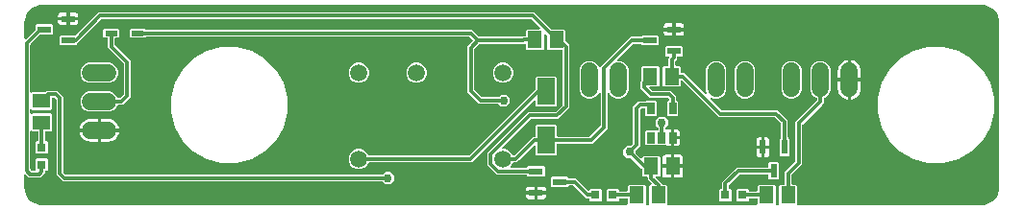
<source format=gtl>
G04 EAGLE Gerber RS-274X export*
G75*
%MOMM*%
%FSLAX34Y34*%
%LPD*%
%INTop Copper*%
%IPPOS*%
%AMOC8*
5,1,8,0,0,1.08239X$1,22.5*%
G01*
%ADD10R,1.550000X2.350000*%
%ADD11C,1.508000*%
%ADD12R,0.800000X0.800000*%
%ADD13R,1.300000X1.500000*%
%ADD14R,1.500000X1.300000*%
%ADD15C,1.508000*%
%ADD16R,0.690000X0.990000*%
%ADD17R,1.125000X0.500000*%
%ADD18R,1.250000X0.600000*%
%ADD19R,0.600000X1.250000*%
%ADD20C,0.304800*%
%ADD21C,0.756400*%

G36*
X540534Y10164D02*
X540534Y10164D01*
X540553Y10162D01*
X540655Y10184D01*
X540757Y10200D01*
X540774Y10210D01*
X540794Y10214D01*
X540883Y10267D01*
X540974Y10316D01*
X540988Y10330D01*
X541005Y10340D01*
X541072Y10419D01*
X541144Y10494D01*
X541152Y10512D01*
X541165Y10527D01*
X541204Y10623D01*
X541247Y10717D01*
X541249Y10737D01*
X541257Y10755D01*
X541275Y10922D01*
X541275Y15240D01*
X541272Y15260D01*
X541274Y15279D01*
X541252Y15381D01*
X541236Y15483D01*
X541226Y15500D01*
X541222Y15520D01*
X541169Y15609D01*
X541120Y15700D01*
X541106Y15714D01*
X541096Y15731D01*
X541017Y15798D01*
X540942Y15870D01*
X540924Y15878D01*
X540909Y15891D01*
X540813Y15930D01*
X540719Y15973D01*
X540699Y15975D01*
X540681Y15983D01*
X540514Y16001D01*
X534486Y16001D01*
X534466Y15998D01*
X534447Y16000D01*
X534345Y15978D01*
X534243Y15962D01*
X534226Y15952D01*
X534206Y15948D01*
X534117Y15895D01*
X534026Y15846D01*
X534012Y15832D01*
X533995Y15822D01*
X533928Y15743D01*
X533856Y15668D01*
X533848Y15650D01*
X533835Y15635D01*
X533796Y15539D01*
X533753Y15445D01*
X533751Y15425D01*
X533743Y15407D01*
X533725Y15240D01*
X533725Y14418D01*
X532832Y13525D01*
X523568Y13525D01*
X522675Y14418D01*
X522675Y23682D01*
X523568Y24575D01*
X532832Y24575D01*
X533725Y23682D01*
X533725Y22860D01*
X533728Y22840D01*
X533726Y22821D01*
X533748Y22719D01*
X533764Y22617D01*
X533774Y22600D01*
X533778Y22580D01*
X533831Y22491D01*
X533880Y22400D01*
X533894Y22386D01*
X533904Y22369D01*
X533983Y22302D01*
X534058Y22230D01*
X534076Y22222D01*
X534091Y22209D01*
X534187Y22170D01*
X534281Y22127D01*
X534301Y22125D01*
X534319Y22117D01*
X534486Y22099D01*
X540514Y22099D01*
X540534Y22102D01*
X540553Y22100D01*
X540655Y22122D01*
X540757Y22138D01*
X540774Y22148D01*
X540794Y22152D01*
X540883Y22205D01*
X540974Y22254D01*
X540988Y22268D01*
X541005Y22278D01*
X541072Y22357D01*
X541144Y22432D01*
X541152Y22450D01*
X541165Y22465D01*
X541204Y22561D01*
X541247Y22655D01*
X541249Y22675D01*
X541257Y22693D01*
X541275Y22860D01*
X541275Y27182D01*
X542168Y28075D01*
X556432Y28075D01*
X557325Y27182D01*
X557325Y10922D01*
X557328Y10902D01*
X557326Y10883D01*
X557348Y10781D01*
X557364Y10679D01*
X557374Y10662D01*
X557378Y10642D01*
X557431Y10553D01*
X557480Y10462D01*
X557494Y10448D01*
X557504Y10431D01*
X557583Y10364D01*
X557658Y10292D01*
X557676Y10284D01*
X557691Y10271D01*
X557787Y10232D01*
X557881Y10189D01*
X557901Y10187D01*
X557919Y10179D01*
X558086Y10161D01*
X559514Y10161D01*
X559534Y10164D01*
X559553Y10162D01*
X559655Y10184D01*
X559757Y10200D01*
X559774Y10210D01*
X559794Y10214D01*
X559883Y10267D01*
X559974Y10316D01*
X559988Y10330D01*
X560005Y10340D01*
X560072Y10419D01*
X560144Y10494D01*
X560152Y10512D01*
X560165Y10527D01*
X560204Y10623D01*
X560247Y10717D01*
X560249Y10737D01*
X560257Y10755D01*
X560275Y10922D01*
X560275Y27182D01*
X561168Y28075D01*
X561677Y28075D01*
X561748Y28086D01*
X561819Y28088D01*
X561868Y28106D01*
X561920Y28114D01*
X561983Y28148D01*
X562050Y28173D01*
X562091Y28205D01*
X562137Y28230D01*
X562186Y28282D01*
X562242Y28326D01*
X562271Y28370D01*
X562306Y28408D01*
X562337Y28473D01*
X562375Y28533D01*
X562388Y28584D01*
X562410Y28631D01*
X562418Y28702D01*
X562435Y28772D01*
X562431Y28824D01*
X562437Y28875D01*
X562422Y28946D01*
X562416Y29017D01*
X562396Y29065D01*
X562385Y29116D01*
X562348Y29177D01*
X562320Y29243D01*
X562275Y29299D01*
X562259Y29327D01*
X562241Y29342D01*
X562215Y29374D01*
X558951Y32638D01*
X558951Y34664D01*
X558948Y34684D01*
X558950Y34703D01*
X558928Y34805D01*
X558912Y34907D01*
X558902Y34924D01*
X558898Y34944D01*
X558845Y35033D01*
X558796Y35124D01*
X558782Y35138D01*
X558772Y35155D01*
X558693Y35222D01*
X558618Y35294D01*
X558600Y35302D01*
X558585Y35315D01*
X558489Y35354D01*
X558395Y35397D01*
X558375Y35399D01*
X558357Y35407D01*
X558190Y35425D01*
X554868Y35425D01*
X553975Y36318D01*
X553975Y41473D01*
X553961Y41563D01*
X553953Y41654D01*
X553941Y41684D01*
X553936Y41716D01*
X553893Y41796D01*
X553857Y41880D01*
X553831Y41912D01*
X553820Y41933D01*
X553797Y41955D01*
X553752Y42011D01*
X544143Y51620D01*
X544069Y51673D01*
X544000Y51733D01*
X543970Y51745D01*
X543943Y51764D01*
X543856Y51791D01*
X543772Y51825D01*
X543731Y51829D01*
X543708Y51836D01*
X543676Y51835D01*
X543605Y51843D01*
X540727Y51843D01*
X537618Y54952D01*
X537618Y59348D01*
X540727Y62457D01*
X543605Y62457D01*
X543695Y62471D01*
X543786Y62479D01*
X543816Y62491D01*
X543848Y62496D01*
X543928Y62539D01*
X544012Y62575D01*
X544044Y62601D01*
X544065Y62612D01*
X544087Y62635D01*
X544143Y62680D01*
X545879Y64416D01*
X545932Y64490D01*
X545992Y64559D01*
X546004Y64589D01*
X546023Y64616D01*
X546050Y64703D01*
X546084Y64787D01*
X546088Y64828D01*
X546095Y64851D01*
X546094Y64883D01*
X546102Y64954D01*
X546102Y96813D01*
X551063Y101774D01*
X557352Y101774D01*
X557442Y101788D01*
X557533Y101796D01*
X557563Y101808D01*
X557595Y101813D01*
X557675Y101856D01*
X557760Y101892D01*
X557792Y101918D01*
X557812Y101929D01*
X557834Y101952D01*
X557890Y101997D01*
X557918Y102025D01*
X566082Y102025D01*
X566975Y101132D01*
X566975Y89968D01*
X566082Y89075D01*
X557918Y89075D01*
X557025Y89968D01*
X557025Y94915D01*
X557022Y94935D01*
X557024Y94954D01*
X557002Y95056D01*
X556986Y95158D01*
X556976Y95175D01*
X556972Y95195D01*
X556919Y95284D01*
X556870Y95375D01*
X556856Y95389D01*
X556846Y95406D01*
X556767Y95473D01*
X556692Y95545D01*
X556674Y95553D01*
X556659Y95566D01*
X556563Y95605D01*
X556469Y95648D01*
X556449Y95650D01*
X556431Y95658D01*
X556264Y95676D01*
X553904Y95676D01*
X553814Y95662D01*
X553723Y95654D01*
X553693Y95642D01*
X553661Y95637D01*
X553581Y95594D01*
X553497Y95558D01*
X553465Y95532D01*
X553444Y95521D01*
X553422Y95498D01*
X553366Y95453D01*
X552423Y94510D01*
X552370Y94436D01*
X552310Y94367D01*
X552298Y94337D01*
X552279Y94310D01*
X552252Y94223D01*
X552218Y94139D01*
X552214Y94098D01*
X552207Y94075D01*
X552208Y94043D01*
X552200Y93972D01*
X552200Y62113D01*
X548455Y58368D01*
X548402Y58294D01*
X548342Y58225D01*
X548330Y58195D01*
X548311Y58168D01*
X548284Y58081D01*
X548250Y57997D01*
X548246Y57956D01*
X548239Y57933D01*
X548240Y57901D01*
X548232Y57830D01*
X548232Y56470D01*
X548246Y56380D01*
X548254Y56289D01*
X548266Y56259D01*
X548271Y56227D01*
X548314Y56147D01*
X548350Y56063D01*
X548376Y56031D01*
X548387Y56010D01*
X548410Y55988D01*
X548455Y55932D01*
X552676Y51711D01*
X552734Y51669D01*
X552786Y51620D01*
X552833Y51598D01*
X552875Y51567D01*
X552944Y51546D01*
X553009Y51516D01*
X553061Y51510D01*
X553111Y51495D01*
X553182Y51497D01*
X553253Y51489D01*
X553304Y51500D01*
X553356Y51501D01*
X553424Y51526D01*
X553494Y51541D01*
X553539Y51568D01*
X553587Y51586D01*
X553643Y51631D01*
X553705Y51667D01*
X553739Y51707D01*
X553779Y51739D01*
X553818Y51800D01*
X553865Y51854D01*
X553884Y51903D01*
X553912Y51946D01*
X553930Y52016D01*
X553957Y52082D01*
X553965Y52154D01*
X553973Y52185D01*
X553971Y52208D01*
X553975Y52249D01*
X553975Y52582D01*
X554868Y53475D01*
X569132Y53475D01*
X570025Y52582D01*
X570025Y36318D01*
X569132Y35425D01*
X566625Y35425D01*
X566554Y35414D01*
X566483Y35412D01*
X566434Y35394D01*
X566382Y35386D01*
X566319Y35352D01*
X566252Y35327D01*
X566211Y35295D01*
X566165Y35270D01*
X566116Y35218D01*
X566060Y35174D01*
X566031Y35130D01*
X565996Y35092D01*
X565965Y35027D01*
X565927Y34967D01*
X565914Y34916D01*
X565892Y34869D01*
X565884Y34798D01*
X565867Y34728D01*
X565871Y34676D01*
X565865Y34625D01*
X565880Y34554D01*
X565886Y34483D01*
X565906Y34435D01*
X565917Y34384D01*
X565954Y34323D01*
X565982Y34257D01*
X566027Y34201D01*
X566043Y34173D01*
X566061Y34158D01*
X566087Y34126D01*
X571349Y28864D01*
X571349Y28836D01*
X571352Y28816D01*
X571350Y28797D01*
X571372Y28695D01*
X571388Y28593D01*
X571398Y28576D01*
X571402Y28556D01*
X571455Y28467D01*
X571504Y28376D01*
X571518Y28362D01*
X571528Y28345D01*
X571607Y28278D01*
X571682Y28206D01*
X571700Y28198D01*
X571715Y28185D01*
X571811Y28146D01*
X571905Y28103D01*
X571925Y28101D01*
X571943Y28093D01*
X572110Y28075D01*
X575432Y28075D01*
X576325Y27182D01*
X576325Y10922D01*
X576328Y10902D01*
X576326Y10883D01*
X576348Y10781D01*
X576364Y10679D01*
X576374Y10662D01*
X576378Y10642D01*
X576431Y10553D01*
X576480Y10462D01*
X576494Y10448D01*
X576504Y10431D01*
X576583Y10364D01*
X576658Y10292D01*
X576676Y10284D01*
X576691Y10271D01*
X576787Y10232D01*
X576881Y10189D01*
X576901Y10187D01*
X576919Y10179D01*
X577086Y10161D01*
X654814Y10161D01*
X654834Y10164D01*
X654853Y10162D01*
X654955Y10184D01*
X655057Y10200D01*
X655074Y10210D01*
X655094Y10214D01*
X655183Y10267D01*
X655274Y10316D01*
X655288Y10330D01*
X655305Y10340D01*
X655372Y10419D01*
X655444Y10494D01*
X655452Y10512D01*
X655465Y10527D01*
X655504Y10623D01*
X655547Y10717D01*
X655549Y10737D01*
X655557Y10755D01*
X655575Y10922D01*
X655575Y15240D01*
X655572Y15260D01*
X655574Y15279D01*
X655552Y15381D01*
X655536Y15483D01*
X655526Y15500D01*
X655522Y15520D01*
X655469Y15609D01*
X655420Y15700D01*
X655406Y15714D01*
X655396Y15731D01*
X655317Y15798D01*
X655242Y15870D01*
X655224Y15878D01*
X655209Y15891D01*
X655113Y15930D01*
X655019Y15973D01*
X654999Y15975D01*
X654981Y15983D01*
X654814Y16001D01*
X648786Y16001D01*
X648766Y15998D01*
X648747Y16000D01*
X648645Y15978D01*
X648543Y15962D01*
X648526Y15952D01*
X648506Y15948D01*
X648417Y15895D01*
X648326Y15846D01*
X648312Y15832D01*
X648295Y15822D01*
X648228Y15743D01*
X648156Y15668D01*
X648148Y15650D01*
X648135Y15635D01*
X648096Y15539D01*
X648053Y15445D01*
X648051Y15425D01*
X648043Y15407D01*
X648025Y15240D01*
X648025Y14418D01*
X647132Y13525D01*
X637868Y13525D01*
X636975Y14418D01*
X636975Y23682D01*
X637868Y24575D01*
X647132Y24575D01*
X648025Y23682D01*
X648025Y22860D01*
X648028Y22840D01*
X648026Y22821D01*
X648048Y22719D01*
X648064Y22617D01*
X648074Y22600D01*
X648078Y22580D01*
X648131Y22491D01*
X648180Y22400D01*
X648194Y22386D01*
X648204Y22369D01*
X648283Y22302D01*
X648358Y22230D01*
X648376Y22222D01*
X648391Y22209D01*
X648487Y22170D01*
X648581Y22127D01*
X648601Y22125D01*
X648619Y22117D01*
X648786Y22099D01*
X654814Y22099D01*
X654834Y22102D01*
X654853Y22100D01*
X654955Y22122D01*
X655057Y22138D01*
X655074Y22148D01*
X655094Y22152D01*
X655183Y22205D01*
X655274Y22254D01*
X655288Y22268D01*
X655305Y22278D01*
X655372Y22357D01*
X655444Y22432D01*
X655452Y22450D01*
X655465Y22465D01*
X655504Y22561D01*
X655547Y22655D01*
X655549Y22675D01*
X655557Y22693D01*
X655575Y22860D01*
X655575Y27182D01*
X656468Y28075D01*
X670732Y28075D01*
X671625Y27182D01*
X671625Y10922D01*
X671628Y10902D01*
X671626Y10883D01*
X671648Y10781D01*
X671664Y10679D01*
X671674Y10662D01*
X671678Y10642D01*
X671731Y10553D01*
X671780Y10462D01*
X671794Y10448D01*
X671804Y10431D01*
X671883Y10364D01*
X671958Y10292D01*
X671976Y10284D01*
X671991Y10271D01*
X672087Y10232D01*
X672181Y10189D01*
X672201Y10187D01*
X672219Y10179D01*
X672386Y10161D01*
X673814Y10161D01*
X673834Y10164D01*
X673853Y10162D01*
X673955Y10184D01*
X674057Y10200D01*
X674074Y10210D01*
X674094Y10214D01*
X674183Y10267D01*
X674274Y10316D01*
X674288Y10330D01*
X674305Y10340D01*
X674372Y10419D01*
X674444Y10494D01*
X674452Y10512D01*
X674465Y10527D01*
X674504Y10623D01*
X674547Y10717D01*
X674549Y10737D01*
X674557Y10755D01*
X674575Y10922D01*
X674575Y27182D01*
X675468Y28075D01*
X678790Y28075D01*
X678810Y28078D01*
X678829Y28076D01*
X678931Y28098D01*
X679033Y28114D01*
X679050Y28124D01*
X679070Y28128D01*
X679159Y28181D01*
X679250Y28230D01*
X679264Y28244D01*
X679281Y28254D01*
X679348Y28333D01*
X679420Y28408D01*
X679428Y28426D01*
X679441Y28441D01*
X679480Y28537D01*
X679523Y28631D01*
X679525Y28651D01*
X679533Y28669D01*
X679551Y28836D01*
X679551Y39338D01*
X681560Y41347D01*
X688878Y48665D01*
X688931Y48739D01*
X688991Y48808D01*
X689003Y48838D01*
X689022Y48865D01*
X689049Y48952D01*
X689083Y49036D01*
X689087Y49077D01*
X689094Y49100D01*
X689093Y49132D01*
X689101Y49203D01*
X689101Y83813D01*
X691110Y85822D01*
X707928Y102640D01*
X707981Y102714D01*
X708041Y102783D01*
X708053Y102813D01*
X708072Y102840D01*
X708099Y102927D01*
X708133Y103011D01*
X708137Y103052D01*
X708144Y103075D01*
X708143Y103107D01*
X708151Y103178D01*
X708151Y104053D01*
X708132Y104167D01*
X708115Y104284D01*
X708113Y104289D01*
X708112Y104295D01*
X708057Y104398D01*
X708004Y104503D01*
X707999Y104507D01*
X707996Y104513D01*
X707912Y104593D01*
X707828Y104675D01*
X707822Y104679D01*
X707818Y104682D01*
X707801Y104690D01*
X707681Y104756D01*
X706065Y105425D01*
X703515Y107975D01*
X702135Y111307D01*
X702135Y129993D01*
X703515Y133325D01*
X706065Y135875D01*
X709397Y137255D01*
X713003Y137255D01*
X716335Y135875D01*
X718885Y133325D01*
X720265Y129993D01*
X720265Y111307D01*
X718885Y107975D01*
X716335Y105425D01*
X714719Y104756D01*
X714619Y104694D01*
X714519Y104634D01*
X714515Y104630D01*
X714510Y104626D01*
X714435Y104536D01*
X714359Y104447D01*
X714357Y104442D01*
X714353Y104437D01*
X714311Y104328D01*
X714267Y104219D01*
X714266Y104212D01*
X714265Y104207D01*
X714264Y104189D01*
X714249Y104053D01*
X714249Y100337D01*
X712240Y98328D01*
X695422Y81510D01*
X695369Y81436D01*
X695309Y81367D01*
X695297Y81337D01*
X695278Y81310D01*
X695251Y81223D01*
X695217Y81139D01*
X695213Y81098D01*
X695206Y81075D01*
X695207Y81043D01*
X695199Y80972D01*
X695199Y46362D01*
X693190Y44353D01*
X685872Y37035D01*
X685819Y36961D01*
X685759Y36892D01*
X685747Y36862D01*
X685728Y36835D01*
X685701Y36748D01*
X685667Y36664D01*
X685663Y36623D01*
X685656Y36600D01*
X685657Y36568D01*
X685649Y36497D01*
X685649Y28836D01*
X685652Y28816D01*
X685650Y28797D01*
X685672Y28695D01*
X685688Y28593D01*
X685698Y28576D01*
X685702Y28556D01*
X685755Y28467D01*
X685804Y28376D01*
X685818Y28362D01*
X685828Y28345D01*
X685907Y28278D01*
X685982Y28206D01*
X686000Y28198D01*
X686015Y28185D01*
X686111Y28146D01*
X686205Y28103D01*
X686225Y28101D01*
X686243Y28093D01*
X686410Y28075D01*
X689732Y28075D01*
X690625Y27182D01*
X690625Y10922D01*
X690628Y10902D01*
X690626Y10883D01*
X690648Y10781D01*
X690664Y10679D01*
X690674Y10662D01*
X690678Y10642D01*
X690731Y10553D01*
X690780Y10462D01*
X690794Y10448D01*
X690804Y10431D01*
X690883Y10364D01*
X690958Y10292D01*
X690976Y10284D01*
X690991Y10271D01*
X691087Y10232D01*
X691181Y10189D01*
X691201Y10187D01*
X691219Y10179D01*
X691386Y10161D01*
X853440Y10161D01*
X853458Y10164D01*
X853490Y10162D01*
X855380Y10286D01*
X855403Y10292D01*
X855527Y10311D01*
X859178Y11289D01*
X859192Y11295D01*
X859207Y11297D01*
X859361Y11365D01*
X862634Y13255D01*
X862647Y13265D01*
X862661Y13271D01*
X862792Y13376D01*
X865464Y16048D01*
X865474Y16061D01*
X865486Y16071D01*
X865585Y16206D01*
X867475Y19479D01*
X867481Y19494D01*
X867490Y19506D01*
X867551Y19662D01*
X868529Y23313D01*
X868532Y23337D01*
X868554Y23460D01*
X868678Y25350D01*
X868676Y25369D01*
X868679Y25400D01*
X868679Y171450D01*
X868676Y171468D01*
X868678Y171500D01*
X868554Y173390D01*
X868548Y173413D01*
X868529Y173537D01*
X867551Y177188D01*
X867545Y177202D01*
X867543Y177217D01*
X867475Y177371D01*
X865585Y180644D01*
X865575Y180656D01*
X865569Y180671D01*
X865464Y180802D01*
X862792Y183474D01*
X862779Y183484D01*
X862769Y183496D01*
X862634Y183595D01*
X859361Y185485D01*
X859346Y185491D01*
X859334Y185500D01*
X859178Y185561D01*
X855527Y186539D01*
X855503Y186542D01*
X855380Y186564D01*
X853490Y186688D01*
X853471Y186686D01*
X853440Y186689D01*
X25400Y186689D01*
X25382Y186686D01*
X25350Y186688D01*
X23460Y186564D01*
X23437Y186558D01*
X23313Y186539D01*
X19662Y185561D01*
X19648Y185555D01*
X19633Y185553D01*
X19479Y185485D01*
X16206Y183595D01*
X16194Y183585D01*
X16179Y183579D01*
X16048Y183474D01*
X13376Y180802D01*
X13366Y180789D01*
X13354Y180779D01*
X13255Y180644D01*
X11365Y177371D01*
X11359Y177356D01*
X11350Y177344D01*
X11289Y177188D01*
X10311Y173537D01*
X10308Y173513D01*
X10286Y173390D01*
X10162Y171500D01*
X10164Y171481D01*
X10161Y171450D01*
X10161Y157286D01*
X10172Y157215D01*
X10174Y157144D01*
X10192Y157095D01*
X10200Y157043D01*
X10234Y156980D01*
X10259Y156913D01*
X10291Y156872D01*
X10316Y156826D01*
X10368Y156777D01*
X10412Y156721D01*
X10456Y156692D01*
X10494Y156657D01*
X10559Y156626D01*
X10619Y156588D01*
X10670Y156575D01*
X10717Y156553D01*
X10788Y156545D01*
X10858Y156528D01*
X10910Y156532D01*
X10961Y156526D01*
X11032Y156541D01*
X11103Y156547D01*
X11151Y156567D01*
X11202Y156578D01*
X11263Y156615D01*
X11329Y156643D01*
X11385Y156688D01*
X11413Y156704D01*
X11428Y156722D01*
X11460Y156748D01*
X19602Y164890D01*
X19655Y164964D01*
X19715Y165033D01*
X19727Y165063D01*
X19746Y165090D01*
X19773Y165177D01*
X19807Y165261D01*
X19811Y165302D01*
X19818Y165325D01*
X19817Y165357D01*
X19825Y165428D01*
X19825Y168732D01*
X20718Y169625D01*
X34482Y169625D01*
X35375Y168732D01*
X35375Y161468D01*
X34482Y160575D01*
X24226Y160575D01*
X24136Y160561D01*
X24045Y160553D01*
X24015Y160541D01*
X23983Y160536D01*
X23903Y160493D01*
X23819Y160457D01*
X23787Y160431D01*
X23766Y160420D01*
X23744Y160397D01*
X23688Y160352D01*
X15582Y152246D01*
X15529Y152172D01*
X15469Y152103D01*
X15457Y152073D01*
X15438Y152046D01*
X15411Y151959D01*
X15377Y151875D01*
X15373Y151834D01*
X15366Y151811D01*
X15367Y151779D01*
X15359Y151708D01*
X15359Y110163D01*
X15370Y110092D01*
X15372Y110020D01*
X15390Y109971D01*
X15398Y109920D01*
X15432Y109857D01*
X15457Y109789D01*
X15489Y109749D01*
X15514Y109703D01*
X15566Y109653D01*
X15610Y109597D01*
X15654Y109569D01*
X15692Y109533D01*
X15757Y109503D01*
X15817Y109464D01*
X15868Y109452D01*
X15915Y109430D01*
X15986Y109422D01*
X16056Y109404D01*
X16108Y109408D01*
X16159Y109403D01*
X16230Y109418D01*
X16301Y109423D01*
X16349Y109444D01*
X16400Y109455D01*
X16461Y109492D01*
X16527Y109520D01*
X16583Y109565D01*
X16611Y109581D01*
X16626Y109599D01*
X16658Y109625D01*
X17268Y110235D01*
X28798Y110235D01*
X28888Y110249D01*
X28979Y110257D01*
X29009Y110269D01*
X29041Y110274D01*
X29121Y110317D01*
X29205Y110353D01*
X29237Y110379D01*
X29258Y110390D01*
X29280Y110413D01*
X29336Y110458D01*
X29877Y110999D01*
X39363Y110999D01*
X44324Y106038D01*
X44324Y39678D01*
X44338Y39588D01*
X44346Y39497D01*
X44358Y39467D01*
X44363Y39435D01*
X44406Y39355D01*
X44442Y39271D01*
X44468Y39239D01*
X44479Y39218D01*
X44502Y39196D01*
X44547Y39140D01*
X46435Y37252D01*
X46509Y37199D01*
X46578Y37139D01*
X46608Y37127D01*
X46635Y37108D01*
X46722Y37081D01*
X46806Y37047D01*
X46847Y37043D01*
X46870Y37036D01*
X46902Y37037D01*
X46973Y37029D01*
X325429Y37029D01*
X325519Y37043D01*
X325610Y37051D01*
X325639Y37063D01*
X325671Y37068D01*
X325752Y37111D01*
X325836Y37147D01*
X325868Y37173D01*
X325889Y37184D01*
X325911Y37207D01*
X325967Y37252D01*
X328002Y39287D01*
X332398Y39287D01*
X335507Y36178D01*
X335507Y31782D01*
X332398Y28673D01*
X328002Y28673D01*
X325967Y30708D01*
X325893Y30761D01*
X325823Y30821D01*
X325793Y30833D01*
X325767Y30852D01*
X325680Y30879D01*
X325595Y30913D01*
X325554Y30917D01*
X325532Y30924D01*
X325500Y30923D01*
X325429Y30931D01*
X44132Y30931D01*
X38226Y36837D01*
X38226Y103197D01*
X38212Y103287D01*
X38204Y103378D01*
X38192Y103408D01*
X38187Y103440D01*
X38144Y103520D01*
X38108Y103604D01*
X38082Y103636D01*
X38071Y103657D01*
X38048Y103679D01*
X38003Y103735D01*
X37060Y104678D01*
X36986Y104731D01*
X36917Y104791D01*
X36887Y104803D01*
X36860Y104822D01*
X36773Y104849D01*
X36689Y104883D01*
X36648Y104887D01*
X36625Y104894D01*
X36593Y104893D01*
X36522Y104901D01*
X35186Y104901D01*
X35166Y104898D01*
X35147Y104900D01*
X35045Y104878D01*
X34943Y104862D01*
X34926Y104852D01*
X34906Y104848D01*
X34817Y104795D01*
X34726Y104746D01*
X34712Y104732D01*
X34695Y104722D01*
X34628Y104643D01*
X34556Y104568D01*
X34548Y104550D01*
X34535Y104535D01*
X34496Y104439D01*
X34453Y104345D01*
X34451Y104325D01*
X34443Y104307D01*
X34425Y104140D01*
X34425Y95078D01*
X33532Y94185D01*
X17268Y94185D01*
X16658Y94795D01*
X16600Y94837D01*
X16548Y94887D01*
X16501Y94909D01*
X16459Y94939D01*
X16390Y94960D01*
X16325Y94990D01*
X16273Y94996D01*
X16223Y95011D01*
X16152Y95009D01*
X16081Y95017D01*
X16030Y95006D01*
X15978Y95005D01*
X15910Y94980D01*
X15840Y94965D01*
X15795Y94938D01*
X15747Y94921D01*
X15691Y94876D01*
X15629Y94839D01*
X15595Y94799D01*
X15555Y94767D01*
X15516Y94707D01*
X15469Y94652D01*
X15450Y94604D01*
X15422Y94560D01*
X15404Y94490D01*
X15377Y94424D01*
X15369Y94353D01*
X15361Y94321D01*
X15363Y94298D01*
X15359Y94257D01*
X15359Y91163D01*
X15370Y91092D01*
X15372Y91020D01*
X15390Y90971D01*
X15398Y90920D01*
X15432Y90857D01*
X15457Y90789D01*
X15489Y90749D01*
X15514Y90703D01*
X15566Y90653D01*
X15610Y90597D01*
X15654Y90569D01*
X15692Y90533D01*
X15757Y90503D01*
X15817Y90464D01*
X15868Y90452D01*
X15915Y90430D01*
X15986Y90422D01*
X16056Y90404D01*
X16108Y90408D01*
X16159Y90403D01*
X16230Y90418D01*
X16301Y90423D01*
X16349Y90444D01*
X16400Y90455D01*
X16461Y90492D01*
X16527Y90520D01*
X16583Y90565D01*
X16611Y90581D01*
X16626Y90599D01*
X16658Y90625D01*
X17268Y91235D01*
X33532Y91235D01*
X34425Y90342D01*
X34425Y76078D01*
X33532Y75185D01*
X29210Y75185D01*
X29190Y75182D01*
X29171Y75184D01*
X29069Y75162D01*
X28967Y75146D01*
X28950Y75136D01*
X28930Y75132D01*
X28841Y75079D01*
X28750Y75030D01*
X28736Y75016D01*
X28719Y75006D01*
X28652Y74927D01*
X28580Y74852D01*
X28572Y74834D01*
X28559Y74819D01*
X28520Y74723D01*
X28477Y74629D01*
X28475Y74609D01*
X28467Y74591D01*
X28449Y74424D01*
X28449Y67126D01*
X28452Y67106D01*
X28450Y67087D01*
X28472Y66985D01*
X28488Y66883D01*
X28498Y66866D01*
X28502Y66846D01*
X28555Y66757D01*
X28604Y66666D01*
X28618Y66652D01*
X28628Y66635D01*
X28707Y66568D01*
X28782Y66496D01*
X28800Y66488D01*
X28815Y66475D01*
X28911Y66436D01*
X29005Y66393D01*
X29025Y66391D01*
X29043Y66383D01*
X29210Y66365D01*
X30032Y66365D01*
X30925Y65472D01*
X30925Y56208D01*
X30032Y55315D01*
X20768Y55315D01*
X19875Y56208D01*
X19875Y65472D01*
X20768Y66365D01*
X21590Y66365D01*
X21610Y66368D01*
X21629Y66366D01*
X21731Y66388D01*
X21833Y66404D01*
X21850Y66414D01*
X21870Y66418D01*
X21959Y66471D01*
X22050Y66520D01*
X22064Y66534D01*
X22081Y66544D01*
X22148Y66623D01*
X22220Y66698D01*
X22228Y66716D01*
X22241Y66731D01*
X22280Y66827D01*
X22323Y66921D01*
X22325Y66941D01*
X22333Y66959D01*
X22351Y67126D01*
X22351Y74424D01*
X22348Y74444D01*
X22350Y74463D01*
X22328Y74565D01*
X22312Y74667D01*
X22302Y74684D01*
X22298Y74704D01*
X22245Y74793D01*
X22196Y74884D01*
X22182Y74898D01*
X22172Y74915D01*
X22093Y74982D01*
X22018Y75054D01*
X22000Y75062D01*
X21985Y75075D01*
X21889Y75114D01*
X21795Y75157D01*
X21775Y75159D01*
X21757Y75167D01*
X21590Y75185D01*
X17268Y75185D01*
X16658Y75795D01*
X16600Y75837D01*
X16548Y75887D01*
X16501Y75909D01*
X16459Y75939D01*
X16390Y75960D01*
X16325Y75990D01*
X16273Y75996D01*
X16223Y76011D01*
X16152Y76009D01*
X16081Y76017D01*
X16030Y76006D01*
X15978Y76005D01*
X15910Y75980D01*
X15840Y75965D01*
X15795Y75938D01*
X15747Y75921D01*
X15691Y75876D01*
X15629Y75839D01*
X15595Y75799D01*
X15555Y75767D01*
X15516Y75707D01*
X15469Y75652D01*
X15450Y75604D01*
X15422Y75560D01*
X15404Y75490D01*
X15377Y75424D01*
X15369Y75353D01*
X15361Y75321D01*
X15363Y75298D01*
X15359Y75257D01*
X15359Y41973D01*
X15373Y41883D01*
X15381Y41792D01*
X15393Y41762D01*
X15398Y41730D01*
X15441Y41650D01*
X15477Y41566D01*
X15503Y41534D01*
X15514Y41513D01*
X15537Y41491D01*
X15582Y41435D01*
X16280Y40737D01*
X16354Y40684D01*
X16423Y40624D01*
X16453Y40612D01*
X16480Y40593D01*
X16567Y40566D01*
X16651Y40532D01*
X16692Y40528D01*
X16715Y40521D01*
X16747Y40522D01*
X16818Y40514D01*
X19114Y40514D01*
X19134Y40517D01*
X19153Y40515D01*
X19255Y40537D01*
X19357Y40553D01*
X19374Y40563D01*
X19394Y40567D01*
X19483Y40620D01*
X19574Y40669D01*
X19588Y40683D01*
X19605Y40693D01*
X19672Y40772D01*
X19744Y40847D01*
X19752Y40865D01*
X19765Y40880D01*
X19804Y40976D01*
X19847Y41070D01*
X19849Y41090D01*
X19857Y41108D01*
X19875Y41275D01*
X19875Y50472D01*
X20768Y51365D01*
X30032Y51365D01*
X30925Y50472D01*
X30925Y41208D01*
X30032Y40315D01*
X29210Y40315D01*
X29190Y40312D01*
X29171Y40314D01*
X29069Y40292D01*
X28967Y40276D01*
X28950Y40266D01*
X28930Y40262D01*
X28841Y40209D01*
X28750Y40160D01*
X28736Y40146D01*
X28719Y40136D01*
X28652Y40057D01*
X28580Y39982D01*
X28572Y39964D01*
X28559Y39949D01*
X28520Y39853D01*
X28477Y39759D01*
X28475Y39739D01*
X28467Y39721D01*
X28449Y39554D01*
X28449Y38227D01*
X24638Y34416D01*
X13977Y34416D01*
X11968Y36425D01*
X11460Y36933D01*
X11402Y36975D01*
X11350Y37024D01*
X11303Y37046D01*
X11261Y37077D01*
X11192Y37098D01*
X11127Y37128D01*
X11075Y37134D01*
X11025Y37149D01*
X10954Y37147D01*
X10883Y37155D01*
X10832Y37144D01*
X10780Y37143D01*
X10712Y37118D01*
X10642Y37103D01*
X10598Y37076D01*
X10549Y37058D01*
X10493Y37013D01*
X10431Y36977D01*
X10397Y36937D01*
X10357Y36905D01*
X10318Y36844D01*
X10271Y36790D01*
X10252Y36741D01*
X10224Y36698D01*
X10206Y36628D01*
X10179Y36562D01*
X10171Y36490D01*
X10163Y36459D01*
X10165Y36436D01*
X10161Y36395D01*
X10161Y25400D01*
X10164Y25382D01*
X10162Y25350D01*
X10286Y23460D01*
X10292Y23437D01*
X10311Y23313D01*
X11289Y19662D01*
X11295Y19648D01*
X11297Y19633D01*
X11365Y19479D01*
X13255Y16206D01*
X13265Y16194D01*
X13271Y16179D01*
X13376Y16048D01*
X16048Y13376D01*
X16061Y13366D01*
X16071Y13354D01*
X16206Y13255D01*
X19479Y11365D01*
X19494Y11359D01*
X19506Y11350D01*
X19662Y11289D01*
X23313Y10311D01*
X23337Y10308D01*
X23460Y10286D01*
X25350Y10162D01*
X25369Y10164D01*
X25400Y10161D01*
X540514Y10161D01*
X540534Y10164D01*
G37*
%LPC*%
G36*
X453788Y35505D02*
X453788Y35505D01*
X452860Y36433D01*
X452856Y36463D01*
X452846Y36480D01*
X452842Y36500D01*
X452789Y36589D01*
X452740Y36680D01*
X452726Y36694D01*
X452716Y36711D01*
X452637Y36778D01*
X452562Y36850D01*
X452544Y36858D01*
X452529Y36871D01*
X452433Y36910D01*
X452339Y36953D01*
X452319Y36955D01*
X452301Y36963D01*
X452134Y36981D01*
X425926Y36981D01*
X417758Y45149D01*
X417758Y56322D01*
X453735Y92299D01*
X477334Y92299D01*
X477424Y92313D01*
X477515Y92321D01*
X477545Y92333D01*
X477577Y92338D01*
X477657Y92381D01*
X477741Y92417D01*
X477773Y92443D01*
X477794Y92454D01*
X477816Y92477D01*
X477872Y92522D01*
X483778Y98428D01*
X483831Y98502D01*
X483891Y98571D01*
X483903Y98601D01*
X483922Y98628D01*
X483949Y98715D01*
X483983Y98799D01*
X483987Y98840D01*
X483994Y98863D01*
X483993Y98895D01*
X484001Y98966D01*
X484001Y146424D01*
X483998Y146444D01*
X484000Y146463D01*
X483978Y146565D01*
X483962Y146667D01*
X483952Y146684D01*
X483948Y146704D01*
X483895Y146793D01*
X483846Y146884D01*
X483832Y146898D01*
X483822Y146915D01*
X483743Y146982D01*
X483668Y147054D01*
X483650Y147062D01*
X483635Y147075D01*
X483539Y147114D01*
X483445Y147157D01*
X483425Y147159D01*
X483407Y147167D01*
X483240Y147185D01*
X471633Y147185D01*
X470740Y148078D01*
X470740Y159608D01*
X470726Y159698D01*
X470718Y159789D01*
X470706Y159819D01*
X470701Y159851D01*
X470658Y159931D01*
X470622Y160015D01*
X470596Y160047D01*
X470585Y160068D01*
X470562Y160090D01*
X470517Y160146D01*
X469089Y161574D01*
X469031Y161616D01*
X468979Y161665D01*
X468932Y161687D01*
X468890Y161718D01*
X468821Y161739D01*
X468756Y161769D01*
X468704Y161775D01*
X468654Y161790D01*
X468583Y161788D01*
X468512Y161796D01*
X468461Y161785D01*
X468409Y161784D01*
X468341Y161759D01*
X468271Y161744D01*
X468226Y161717D01*
X468178Y161699D01*
X468122Y161654D01*
X468060Y161618D01*
X468026Y161578D01*
X467986Y161546D01*
X467947Y161485D01*
X467900Y161431D01*
X467881Y161382D01*
X467853Y161339D01*
X467835Y161269D01*
X467808Y161203D01*
X467800Y161131D01*
X467792Y161100D01*
X467794Y161077D01*
X467790Y161036D01*
X467790Y148078D01*
X466897Y147185D01*
X452633Y147185D01*
X451740Y148078D01*
X451740Y151765D01*
X451738Y151780D01*
X451739Y151793D01*
X451738Y151797D01*
X451739Y151804D01*
X451717Y151906D01*
X451701Y152008D01*
X451691Y152025D01*
X451687Y152045D01*
X451634Y152134D01*
X451585Y152225D01*
X451571Y152239D01*
X451561Y152256D01*
X451482Y152323D01*
X451407Y152395D01*
X451389Y152403D01*
X451374Y152416D01*
X451278Y152455D01*
X451184Y152498D01*
X451164Y152500D01*
X451146Y152508D01*
X450979Y152526D01*
X411153Y152526D01*
X411063Y152512D01*
X410972Y152504D01*
X410942Y152492D01*
X410910Y152487D01*
X410830Y152444D01*
X410746Y152408D01*
X410714Y152382D01*
X410693Y152371D01*
X410682Y152360D01*
X410681Y152360D01*
X410668Y152346D01*
X410615Y152303D01*
X406497Y148185D01*
X406444Y148111D01*
X406384Y148042D01*
X406372Y148012D01*
X406353Y147985D01*
X406326Y147898D01*
X406292Y147814D01*
X406288Y147773D01*
X406281Y147750D01*
X406282Y147718D01*
X406274Y147647D01*
X406274Y112703D01*
X406288Y112613D01*
X406296Y112522D01*
X406308Y112492D01*
X406313Y112460D01*
X406356Y112380D01*
X406392Y112296D01*
X406418Y112264D01*
X406429Y112243D01*
X406452Y112221D01*
X406497Y112165D01*
X413033Y105629D01*
X413107Y105576D01*
X413176Y105516D01*
X413206Y105504D01*
X413233Y105485D01*
X413320Y105458D01*
X413404Y105424D01*
X413445Y105420D01*
X413468Y105413D01*
X413500Y105414D01*
X413571Y105406D01*
X427424Y105406D01*
X427514Y105420D01*
X427605Y105428D01*
X427634Y105440D01*
X427666Y105445D01*
X427747Y105488D01*
X427831Y105524D01*
X427863Y105550D01*
X427884Y105561D01*
X427906Y105584D01*
X427962Y105629D01*
X429997Y107664D01*
X434393Y107664D01*
X437502Y104555D01*
X437502Y100159D01*
X434393Y97050D01*
X429997Y97050D01*
X427962Y99085D01*
X427888Y99138D01*
X427818Y99198D01*
X427788Y99210D01*
X427762Y99229D01*
X427675Y99256D01*
X427590Y99290D01*
X427549Y99294D01*
X427527Y99301D01*
X427495Y99300D01*
X427424Y99308D01*
X410730Y99308D01*
X400176Y109862D01*
X400176Y150488D01*
X404726Y155037D01*
X404737Y155053D01*
X404753Y155066D01*
X404783Y155112D01*
X404801Y155131D01*
X404815Y155161D01*
X404869Y155237D01*
X404875Y155256D01*
X404886Y155273D01*
X404911Y155373D01*
X404942Y155472D01*
X404941Y155492D01*
X404946Y155511D01*
X404938Y155614D01*
X404935Y155718D01*
X404928Y155737D01*
X404927Y155757D01*
X404886Y155851D01*
X404851Y155949D01*
X404838Y155965D01*
X404830Y155983D01*
X404726Y156114D01*
X402186Y158653D01*
X402112Y158706D01*
X402043Y158766D01*
X402013Y158778D01*
X401986Y158797D01*
X401899Y158824D01*
X401815Y158858D01*
X401774Y158862D01*
X401751Y158869D01*
X401719Y158868D01*
X401648Y158876D01*
X117593Y158876D01*
X117503Y158862D01*
X117412Y158854D01*
X117382Y158842D01*
X117350Y158837D01*
X117269Y158794D01*
X117186Y158758D01*
X117153Y158732D01*
X117133Y158721D01*
X117111Y158698D01*
X117055Y158653D01*
X116302Y157900D01*
X103788Y157900D01*
X102895Y158793D01*
X102895Y165057D01*
X103788Y165950D01*
X116302Y165950D01*
X117055Y165197D01*
X117129Y165144D01*
X117198Y165084D01*
X117228Y165072D01*
X117254Y165053D01*
X117341Y165026D01*
X117426Y164992D01*
X117467Y164988D01*
X117489Y164981D01*
X117522Y164982D01*
X117593Y164974D01*
X404489Y164974D01*
X410616Y158847D01*
X410690Y158794D01*
X410759Y158734D01*
X410789Y158722D01*
X410816Y158703D01*
X410903Y158676D01*
X410987Y158642D01*
X411028Y158638D01*
X411051Y158631D01*
X411083Y158632D01*
X411154Y158624D01*
X448003Y158624D01*
X448093Y158638D01*
X448184Y158646D01*
X448214Y158658D01*
X448246Y158663D01*
X448326Y158706D01*
X448410Y158742D01*
X448442Y158768D01*
X448463Y158779D01*
X448485Y158802D01*
X448541Y158847D01*
X448953Y159259D01*
X450979Y159259D01*
X450999Y159262D01*
X451018Y159260D01*
X451120Y159282D01*
X451222Y159298D01*
X451239Y159308D01*
X451259Y159312D01*
X451348Y159365D01*
X451439Y159414D01*
X451453Y159428D01*
X451470Y159438D01*
X451537Y159517D01*
X451609Y159592D01*
X451617Y159610D01*
X451630Y159625D01*
X451669Y159721D01*
X451712Y159815D01*
X451714Y159835D01*
X451722Y159853D01*
X451740Y160020D01*
X451740Y164342D01*
X452633Y165235D01*
X463591Y165235D01*
X463662Y165246D01*
X463733Y165248D01*
X463782Y165266D01*
X463834Y165274D01*
X463897Y165308D01*
X463964Y165333D01*
X464005Y165365D01*
X464051Y165390D01*
X464100Y165442D01*
X464156Y165486D01*
X464185Y165530D01*
X464220Y165568D01*
X464251Y165633D01*
X464289Y165693D01*
X464302Y165744D01*
X464324Y165791D01*
X464332Y165862D01*
X464349Y165932D01*
X464345Y165984D01*
X464351Y166035D01*
X464336Y166106D01*
X464330Y166177D01*
X464310Y166225D01*
X464299Y166276D01*
X464262Y166337D01*
X464234Y166403D01*
X464189Y166459D01*
X464173Y166487D01*
X464155Y166502D01*
X464129Y166534D01*
X456740Y173923D01*
X456666Y173976D01*
X456597Y174036D01*
X456567Y174048D01*
X456540Y174067D01*
X456453Y174094D01*
X456369Y174128D01*
X456328Y174132D01*
X456305Y174139D01*
X456273Y174138D01*
X456202Y174146D01*
X78474Y174146D01*
X78384Y174132D01*
X78293Y174124D01*
X78263Y174112D01*
X78231Y174107D01*
X78151Y174064D01*
X78067Y174028D01*
X78035Y174002D01*
X78014Y173991D01*
X77992Y173968D01*
X77936Y173923D01*
X56598Y152585D01*
X56545Y152511D01*
X56485Y152442D01*
X56473Y152412D01*
X56454Y152385D01*
X56427Y152298D01*
X56393Y152214D01*
X56389Y152173D01*
X56382Y152150D01*
X56383Y152118D01*
X56375Y152047D01*
X56375Y151918D01*
X55482Y151025D01*
X41718Y151025D01*
X40825Y151918D01*
X40825Y159182D01*
X41718Y160075D01*
X55149Y160075D01*
X55239Y160089D01*
X55330Y160097D01*
X55360Y160109D01*
X55392Y160114D01*
X55472Y160157D01*
X55556Y160193D01*
X55588Y160219D01*
X55609Y160230D01*
X55631Y160253D01*
X55687Y160298D01*
X75633Y180244D01*
X459043Y180244D01*
X473829Y165458D01*
X473903Y165405D01*
X473972Y165345D01*
X474002Y165333D01*
X474029Y165314D01*
X474116Y165287D01*
X474200Y165253D01*
X474241Y165249D01*
X474264Y165242D01*
X474296Y165243D01*
X474367Y165235D01*
X485897Y165235D01*
X486790Y164342D01*
X486790Y154963D01*
X486804Y154873D01*
X486812Y154782D01*
X486824Y154752D01*
X486829Y154720D01*
X486872Y154640D01*
X486908Y154556D01*
X486934Y154524D01*
X486945Y154503D01*
X486968Y154481D01*
X487013Y154425D01*
X490099Y151339D01*
X490099Y96125D01*
X480175Y86201D01*
X456576Y86201D01*
X456486Y86187D01*
X456395Y86179D01*
X456365Y86167D01*
X456333Y86162D01*
X456253Y86119D01*
X456169Y86083D01*
X456137Y86057D01*
X456116Y86046D01*
X456094Y86023D01*
X456038Y85978D01*
X431224Y61164D01*
X431182Y61106D01*
X431133Y61054D01*
X431111Y61007D01*
X431080Y60965D01*
X431059Y60896D01*
X431029Y60831D01*
X431023Y60779D01*
X431008Y60729D01*
X431010Y60658D01*
X431002Y60587D01*
X431013Y60536D01*
X431014Y60484D01*
X431039Y60416D01*
X431054Y60346D01*
X431081Y60301D01*
X431099Y60253D01*
X431144Y60197D01*
X431180Y60135D01*
X431220Y60101D01*
X431252Y60061D01*
X431313Y60022D01*
X431367Y59975D01*
X431416Y59956D01*
X431459Y59928D01*
X431529Y59910D01*
X431595Y59883D01*
X431667Y59875D01*
X431698Y59867D01*
X431721Y59869D01*
X431762Y59865D01*
X433603Y59865D01*
X436935Y58485D01*
X439485Y55935D01*
X440154Y54319D01*
X440216Y54219D01*
X440276Y54119D01*
X440280Y54115D01*
X440284Y54110D01*
X440374Y54035D01*
X440463Y53959D01*
X440468Y53957D01*
X440473Y53953D01*
X440582Y53911D01*
X440691Y53867D01*
X440698Y53866D01*
X440703Y53865D01*
X440721Y53864D01*
X440857Y53849D01*
X440923Y53849D01*
X441013Y53863D01*
X441104Y53871D01*
X441134Y53883D01*
X441166Y53888D01*
X441246Y53931D01*
X441330Y53967D01*
X441362Y53993D01*
X441383Y54004D01*
X441405Y54027D01*
X441461Y54072D01*
X457838Y70449D01*
X459864Y70449D01*
X459884Y70452D01*
X459903Y70450D01*
X460005Y70472D01*
X460107Y70488D01*
X460124Y70498D01*
X460144Y70502D01*
X460233Y70555D01*
X460324Y70604D01*
X460338Y70618D01*
X460355Y70628D01*
X460422Y70707D01*
X460494Y70782D01*
X460502Y70800D01*
X460515Y70815D01*
X460554Y70911D01*
X460597Y71005D01*
X460599Y71025D01*
X460607Y71043D01*
X460625Y71210D01*
X460625Y79782D01*
X461518Y80675D01*
X478282Y80675D01*
X479175Y79782D01*
X479175Y71210D01*
X479178Y71190D01*
X479176Y71171D01*
X479198Y71069D01*
X479214Y70967D01*
X479224Y70950D01*
X479228Y70930D01*
X479281Y70841D01*
X479330Y70750D01*
X479344Y70736D01*
X479354Y70719D01*
X479433Y70652D01*
X479508Y70580D01*
X479526Y70572D01*
X479541Y70559D01*
X479637Y70520D01*
X479731Y70477D01*
X479751Y70475D01*
X479769Y70467D01*
X479936Y70449D01*
X507696Y70449D01*
X507786Y70463D01*
X507877Y70471D01*
X507907Y70483D01*
X507939Y70488D01*
X508019Y70531D01*
X508103Y70567D01*
X508135Y70593D01*
X508156Y70604D01*
X508178Y70627D01*
X508234Y70672D01*
X517428Y79866D01*
X517481Y79940D01*
X517541Y80009D01*
X517553Y80039D01*
X517572Y80066D01*
X517599Y80153D01*
X517633Y80237D01*
X517637Y80278D01*
X517644Y80301D01*
X517643Y80333D01*
X517651Y80404D01*
X517651Y108896D01*
X517636Y108992D01*
X517626Y109089D01*
X517616Y109113D01*
X517612Y109139D01*
X517566Y109225D01*
X517526Y109314D01*
X517509Y109333D01*
X517496Y109356D01*
X517426Y109423D01*
X517360Y109495D01*
X517337Y109507D01*
X517318Y109525D01*
X517230Y109566D01*
X517144Y109613D01*
X517119Y109618D01*
X517095Y109629D01*
X516998Y109640D01*
X516902Y109657D01*
X516876Y109653D01*
X516851Y109656D01*
X516755Y109635D01*
X516659Y109621D01*
X516636Y109609D01*
X516610Y109604D01*
X516527Y109554D01*
X516440Y109510D01*
X516421Y109491D01*
X516399Y109478D01*
X516336Y109404D01*
X516268Y109334D01*
X516252Y109306D01*
X516239Y109291D01*
X516227Y109260D01*
X516187Y109187D01*
X515685Y107975D01*
X513135Y105425D01*
X509803Y104045D01*
X506197Y104045D01*
X502865Y105425D01*
X500315Y107975D01*
X498935Y111307D01*
X498935Y129993D01*
X500315Y133325D01*
X502865Y135875D01*
X506197Y137255D01*
X509803Y137255D01*
X513135Y135875D01*
X515685Y133325D01*
X516187Y132113D01*
X516238Y132030D01*
X516284Y131944D01*
X516302Y131926D01*
X516316Y131904D01*
X516392Y131841D01*
X516462Y131775D01*
X516486Y131764D01*
X516506Y131747D01*
X516597Y131712D01*
X516685Y131671D01*
X516711Y131668D01*
X516735Y131659D01*
X516833Y131655D01*
X516929Y131644D01*
X516955Y131649D01*
X516981Y131648D01*
X517075Y131675D01*
X517170Y131696D01*
X517192Y131710D01*
X517217Y131717D01*
X517297Y131772D01*
X517381Y131822D01*
X517398Y131842D01*
X517419Y131857D01*
X517478Y131935D01*
X517541Y132009D01*
X517551Y132034D01*
X517566Y132054D01*
X517596Y132147D01*
X517633Y132237D01*
X517636Y132263D01*
X543996Y158624D01*
X552464Y158624D01*
X552484Y158627D01*
X552503Y158625D01*
X552605Y158647D01*
X552707Y158663D01*
X552724Y158673D01*
X552744Y158677D01*
X552833Y158730D01*
X552924Y158779D01*
X552938Y158793D01*
X552955Y158803D01*
X553022Y158882D01*
X553094Y158957D01*
X553102Y158975D01*
X553115Y158990D01*
X553153Y159086D01*
X553196Y159177D01*
X554118Y160100D01*
X567882Y160100D01*
X568775Y159207D01*
X568775Y151943D01*
X567882Y151050D01*
X554118Y151050D01*
X553190Y151978D01*
X553186Y152008D01*
X553176Y152025D01*
X553172Y152045D01*
X553119Y152134D01*
X553070Y152225D01*
X553056Y152239D01*
X553046Y152256D01*
X552967Y152323D01*
X552892Y152395D01*
X552874Y152403D01*
X552859Y152416D01*
X552763Y152455D01*
X552669Y152498D01*
X552649Y152500D01*
X552631Y152508D01*
X552464Y152526D01*
X546837Y152526D01*
X546747Y152512D01*
X546656Y152504D01*
X546626Y152492D01*
X546594Y152487D01*
X546514Y152444D01*
X546430Y152408D01*
X546398Y152382D01*
X546377Y152371D01*
X546366Y152360D01*
X546365Y152360D01*
X546352Y152346D01*
X546299Y152303D01*
X532550Y138554D01*
X532508Y138496D01*
X532459Y138444D01*
X532437Y138397D01*
X532406Y138355D01*
X532385Y138286D01*
X532355Y138221D01*
X532349Y138169D01*
X532334Y138119D01*
X532336Y138048D01*
X532328Y137977D01*
X532339Y137926D01*
X532340Y137874D01*
X532365Y137806D01*
X532380Y137736D01*
X532407Y137691D01*
X532425Y137643D01*
X532470Y137587D01*
X532506Y137525D01*
X532546Y137491D01*
X532578Y137451D01*
X532639Y137412D01*
X532693Y137365D01*
X532742Y137346D01*
X532785Y137318D01*
X532855Y137300D01*
X532921Y137273D01*
X532993Y137265D01*
X533024Y137257D01*
X533047Y137259D01*
X533088Y137255D01*
X535203Y137255D01*
X538535Y135875D01*
X541085Y133325D01*
X542465Y129993D01*
X542465Y111307D01*
X541085Y107975D01*
X538535Y105425D01*
X535203Y104045D01*
X531597Y104045D01*
X528265Y105425D01*
X525715Y107975D01*
X525213Y109187D01*
X525162Y109270D01*
X525116Y109356D01*
X525098Y109374D01*
X525084Y109396D01*
X525008Y109459D01*
X524938Y109525D01*
X524914Y109536D01*
X524894Y109553D01*
X524803Y109588D01*
X524715Y109629D01*
X524689Y109632D01*
X524665Y109641D01*
X524567Y109645D01*
X524471Y109656D01*
X524445Y109651D01*
X524419Y109652D01*
X524325Y109625D01*
X524230Y109604D01*
X524208Y109590D01*
X524183Y109583D01*
X524103Y109528D01*
X524019Y109478D01*
X524002Y109458D01*
X523981Y109443D01*
X523922Y109365D01*
X523859Y109291D01*
X523849Y109266D01*
X523834Y109246D01*
X523804Y109153D01*
X523767Y109063D01*
X523764Y109030D01*
X523758Y109012D01*
X523758Y108979D01*
X523749Y108896D01*
X523749Y77563D01*
X510537Y64351D01*
X479936Y64351D01*
X479916Y64348D01*
X479897Y64350D01*
X479795Y64328D01*
X479693Y64312D01*
X479676Y64302D01*
X479656Y64298D01*
X479567Y64245D01*
X479476Y64196D01*
X479462Y64182D01*
X479445Y64172D01*
X479378Y64093D01*
X479306Y64018D01*
X479298Y64000D01*
X479285Y63985D01*
X479246Y63889D01*
X479203Y63795D01*
X479201Y63775D01*
X479193Y63757D01*
X479175Y63590D01*
X479175Y55018D01*
X478282Y54125D01*
X461518Y54125D01*
X460625Y55018D01*
X460625Y62775D01*
X460614Y62846D01*
X460612Y62917D01*
X460594Y62966D01*
X460586Y63018D01*
X460552Y63081D01*
X460527Y63148D01*
X460495Y63189D01*
X460470Y63235D01*
X460418Y63284D01*
X460374Y63340D01*
X460330Y63369D01*
X460292Y63404D01*
X460227Y63435D01*
X460167Y63473D01*
X460116Y63486D01*
X460069Y63508D01*
X459998Y63516D01*
X459928Y63533D01*
X459876Y63529D01*
X459825Y63535D01*
X459754Y63520D01*
X459683Y63514D01*
X459635Y63494D01*
X459584Y63483D01*
X459523Y63446D01*
X459457Y63418D01*
X459401Y63373D01*
X459373Y63357D01*
X459358Y63339D01*
X459326Y63313D01*
X445773Y49760D01*
X443764Y47751D01*
X440857Y47751D01*
X440743Y47732D01*
X440626Y47715D01*
X440621Y47713D01*
X440615Y47712D01*
X440512Y47657D01*
X440407Y47604D01*
X440403Y47599D01*
X440397Y47596D01*
X440317Y47512D01*
X440235Y47428D01*
X440231Y47422D01*
X440228Y47418D01*
X440220Y47401D01*
X440154Y47281D01*
X439485Y45665D01*
X438198Y44378D01*
X438156Y44320D01*
X438107Y44268D01*
X438085Y44221D01*
X438054Y44179D01*
X438033Y44110D01*
X438003Y44045D01*
X437997Y43993D01*
X437982Y43943D01*
X437984Y43872D01*
X437976Y43801D01*
X437987Y43750D01*
X437988Y43698D01*
X438013Y43630D01*
X438028Y43560D01*
X438055Y43515D01*
X438073Y43467D01*
X438118Y43411D01*
X438154Y43349D01*
X438194Y43315D01*
X438226Y43275D01*
X438287Y43236D01*
X438341Y43189D01*
X438389Y43170D01*
X438433Y43142D01*
X438503Y43124D01*
X438569Y43097D01*
X438641Y43089D01*
X438672Y43081D01*
X438695Y43083D01*
X438736Y43079D01*
X452134Y43079D01*
X452154Y43082D01*
X452173Y43080D01*
X452275Y43102D01*
X452377Y43118D01*
X452394Y43128D01*
X452414Y43132D01*
X452503Y43185D01*
X452594Y43234D01*
X452608Y43248D01*
X452625Y43258D01*
X452692Y43337D01*
X452764Y43412D01*
X452772Y43430D01*
X452785Y43445D01*
X452824Y43541D01*
X452866Y43632D01*
X453788Y44555D01*
X467552Y44555D01*
X468445Y43662D01*
X468445Y36398D01*
X467552Y35505D01*
X453788Y35505D01*
G37*
%LPD*%
%LPC*%
G36*
X183779Y47370D02*
X183779Y47370D01*
X170794Y50850D01*
X159152Y57571D01*
X149646Y67077D01*
X142925Y78719D01*
X139445Y91704D01*
X139445Y105146D01*
X142925Y118131D01*
X149646Y129773D01*
X159152Y139279D01*
X170794Y146000D01*
X183779Y149480D01*
X197221Y149480D01*
X210206Y146000D01*
X221848Y139279D01*
X231354Y129773D01*
X238075Y118131D01*
X241555Y105146D01*
X241555Y91704D01*
X238075Y78719D01*
X231354Y67077D01*
X221848Y57571D01*
X210206Y50850D01*
X197221Y47370D01*
X183779Y47370D01*
G37*
%LPD*%
%LPC*%
G36*
X806079Y47370D02*
X806079Y47370D01*
X793094Y50850D01*
X781452Y57571D01*
X771946Y67077D01*
X765225Y78719D01*
X761745Y91704D01*
X761745Y105146D01*
X765225Y118131D01*
X771946Y129773D01*
X781452Y139279D01*
X793094Y146000D01*
X806079Y149480D01*
X819521Y149480D01*
X832506Y146000D01*
X844148Y139279D01*
X853654Y129773D01*
X860375Y118131D01*
X863855Y105146D01*
X863855Y91704D01*
X860375Y78719D01*
X853654Y67077D01*
X844148Y57571D01*
X832506Y50850D01*
X819521Y47370D01*
X806079Y47370D01*
G37*
%LPD*%
%LPC*%
G36*
X675843Y53525D02*
X675843Y53525D01*
X674950Y54418D01*
X674950Y68182D01*
X675878Y69110D01*
X675908Y69114D01*
X675925Y69124D01*
X675945Y69128D01*
X676034Y69181D01*
X676125Y69230D01*
X676139Y69244D01*
X676156Y69254D01*
X676223Y69333D01*
X676295Y69408D01*
X676303Y69426D01*
X676316Y69441D01*
X676355Y69537D01*
X676398Y69631D01*
X676400Y69651D01*
X676408Y69669D01*
X676426Y69836D01*
X676426Y81947D01*
X676412Y82037D01*
X676404Y82128D01*
X676392Y82158D01*
X676387Y82190D01*
X676344Y82270D01*
X676308Y82354D01*
X676282Y82386D01*
X676271Y82407D01*
X676248Y82429D01*
X676203Y82485D01*
X671296Y87392D01*
X671222Y87445D01*
X671153Y87505D01*
X671123Y87517D01*
X671096Y87536D01*
X671009Y87563D01*
X670925Y87597D01*
X670884Y87601D01*
X670861Y87608D01*
X670829Y87607D01*
X670758Y87615D01*
X621812Y87615D01*
X589689Y119738D01*
X589631Y119780D01*
X589579Y119829D01*
X589532Y119851D01*
X589490Y119882D01*
X589421Y119903D01*
X589356Y119933D01*
X589304Y119939D01*
X589254Y119954D01*
X589183Y119952D01*
X589112Y119960D01*
X589061Y119949D01*
X589009Y119948D01*
X588941Y119923D01*
X588871Y119908D01*
X588826Y119881D01*
X588778Y119863D01*
X588722Y119818D01*
X588660Y119782D01*
X588626Y119742D01*
X588586Y119710D01*
X588547Y119649D01*
X588500Y119595D01*
X588481Y119546D01*
X588453Y119503D01*
X588435Y119433D01*
X588408Y119367D01*
X588400Y119295D01*
X588392Y119264D01*
X588394Y119241D01*
X588390Y119200D01*
X588390Y115693D01*
X587497Y114800D01*
X573233Y114800D01*
X572340Y115693D01*
X572340Y131957D01*
X573233Y132850D01*
X576555Y132850D01*
X576575Y132853D01*
X576594Y132851D01*
X576696Y132873D01*
X576798Y132889D01*
X576815Y132899D01*
X576835Y132903D01*
X576924Y132956D01*
X577015Y133005D01*
X577029Y133019D01*
X577046Y133029D01*
X577113Y133108D01*
X577185Y133183D01*
X577193Y133201D01*
X577206Y133216D01*
X577245Y133312D01*
X577288Y133406D01*
X577290Y133426D01*
X577298Y133444D01*
X577316Y133611D01*
X577316Y139604D01*
X577913Y140201D01*
X577955Y140259D01*
X578004Y140311D01*
X578026Y140358D01*
X578057Y140400D01*
X578078Y140469D01*
X578108Y140534D01*
X578114Y140586D01*
X578129Y140636D01*
X578127Y140707D01*
X578135Y140778D01*
X578124Y140829D01*
X578123Y140881D01*
X578098Y140949D01*
X578083Y141019D01*
X578056Y141064D01*
X578038Y141112D01*
X577993Y141168D01*
X577957Y141230D01*
X577917Y141264D01*
X577885Y141304D01*
X577824Y141343D01*
X577770Y141390D01*
X577721Y141409D01*
X577678Y141437D01*
X577608Y141455D01*
X577542Y141482D01*
X577470Y141490D01*
X577439Y141498D01*
X577416Y141496D01*
X577375Y141500D01*
X575118Y141500D01*
X574225Y142393D01*
X574225Y149657D01*
X575118Y150550D01*
X588882Y150550D01*
X589775Y149657D01*
X589775Y142393D01*
X588882Y141500D01*
X585810Y141500D01*
X585790Y141497D01*
X585771Y141499D01*
X585669Y141477D01*
X585567Y141461D01*
X585550Y141451D01*
X585530Y141447D01*
X585441Y141394D01*
X585350Y141345D01*
X585336Y141331D01*
X585319Y141321D01*
X585252Y141242D01*
X585180Y141167D01*
X585172Y141149D01*
X585159Y141134D01*
X585120Y141038D01*
X585077Y140944D01*
X585075Y140924D01*
X585067Y140906D01*
X585049Y140739D01*
X585049Y138713D01*
X583637Y137301D01*
X583584Y137227D01*
X583524Y137158D01*
X583512Y137128D01*
X583493Y137101D01*
X583466Y137014D01*
X583432Y136930D01*
X583428Y136889D01*
X583421Y136866D01*
X583422Y136834D01*
X583414Y136763D01*
X583414Y133611D01*
X583417Y133591D01*
X583415Y133572D01*
X583437Y133470D01*
X583453Y133368D01*
X583463Y133351D01*
X583467Y133331D01*
X583520Y133242D01*
X583569Y133151D01*
X583583Y133137D01*
X583593Y133120D01*
X583672Y133053D01*
X583747Y132981D01*
X583765Y132973D01*
X583780Y132960D01*
X583876Y132921D01*
X583970Y132878D01*
X583990Y132876D01*
X584008Y132868D01*
X584175Y132850D01*
X587497Y132850D01*
X588390Y131957D01*
X588390Y127635D01*
X588393Y127615D01*
X588391Y127596D01*
X588413Y127494D01*
X588429Y127392D01*
X588439Y127375D01*
X588443Y127355D01*
X588496Y127266D01*
X588545Y127175D01*
X588559Y127161D01*
X588569Y127144D01*
X588648Y127077D01*
X588723Y127005D01*
X588741Y126997D01*
X588756Y126984D01*
X588852Y126945D01*
X588946Y126902D01*
X588966Y126900D01*
X588984Y126892D01*
X589151Y126874D01*
X591177Y126874D01*
X593186Y124865D01*
X609699Y108351D01*
X609778Y108294D01*
X609853Y108232D01*
X609878Y108223D01*
X609899Y108208D01*
X609992Y108179D01*
X610083Y108144D01*
X610109Y108143D01*
X610134Y108135D01*
X610232Y108138D01*
X610329Y108134D01*
X610354Y108141D01*
X610380Y108142D01*
X610472Y108175D01*
X610565Y108202D01*
X610586Y108217D01*
X610611Y108226D01*
X610687Y108287D01*
X610767Y108343D01*
X610783Y108364D01*
X610803Y108380D01*
X610856Y108462D01*
X610914Y108540D01*
X610922Y108565D01*
X610936Y108587D01*
X610960Y108681D01*
X610990Y108774D01*
X610990Y108800D01*
X610996Y108825D01*
X610989Y108922D01*
X610988Y109020D01*
X610979Y109051D01*
X610977Y109071D01*
X610964Y109101D01*
X610941Y109181D01*
X610060Y111307D01*
X610060Y129993D01*
X611440Y133325D01*
X613990Y135875D01*
X617322Y137255D01*
X620928Y137255D01*
X624260Y135875D01*
X626810Y133325D01*
X628190Y129993D01*
X628190Y111307D01*
X626810Y107975D01*
X624260Y105425D01*
X620928Y104045D01*
X617322Y104045D01*
X615196Y104926D01*
X615101Y104948D01*
X615008Y104977D01*
X614982Y104976D01*
X614956Y104982D01*
X614860Y104973D01*
X614762Y104970D01*
X614738Y104961D01*
X614711Y104959D01*
X614622Y104919D01*
X614531Y104886D01*
X614511Y104870D01*
X614487Y104859D01*
X614415Y104793D01*
X614339Y104732D01*
X614325Y104710D01*
X614306Y104693D01*
X614259Y104607D01*
X614206Y104525D01*
X614200Y104500D01*
X614187Y104477D01*
X614170Y104381D01*
X614146Y104287D01*
X614148Y104261D01*
X614143Y104235D01*
X614158Y104138D01*
X614165Y104042D01*
X614175Y104018D01*
X614179Y103992D01*
X614223Y103905D01*
X614261Y103815D01*
X614282Y103790D01*
X614291Y103772D01*
X614314Y103749D01*
X614366Y103684D01*
X624115Y93936D01*
X624189Y93883D01*
X624258Y93823D01*
X624288Y93811D01*
X624315Y93792D01*
X624402Y93765D01*
X624486Y93731D01*
X624527Y93727D01*
X624550Y93720D01*
X624582Y93721D01*
X624653Y93713D01*
X673599Y93713D01*
X682524Y84788D01*
X682524Y69836D01*
X682527Y69816D01*
X682525Y69797D01*
X682547Y69695D01*
X682563Y69593D01*
X682573Y69576D01*
X682577Y69556D01*
X682630Y69467D01*
X682679Y69376D01*
X682693Y69362D01*
X682703Y69345D01*
X682782Y69278D01*
X682857Y69206D01*
X682875Y69198D01*
X682890Y69185D01*
X682986Y69146D01*
X683077Y69104D01*
X684000Y68182D01*
X684000Y54418D01*
X683107Y53525D01*
X675843Y53525D01*
G37*
%LPD*%
%LPC*%
G36*
X302997Y41735D02*
X302997Y41735D01*
X299665Y43115D01*
X297115Y45665D01*
X295735Y48997D01*
X295735Y52603D01*
X297115Y55935D01*
X299665Y58485D01*
X302997Y59865D01*
X306603Y59865D01*
X309935Y58485D01*
X312485Y55935D01*
X313154Y54319D01*
X313216Y54219D01*
X313276Y54119D01*
X313280Y54115D01*
X313284Y54110D01*
X313374Y54035D01*
X313463Y53959D01*
X313468Y53957D01*
X313473Y53953D01*
X313582Y53911D01*
X313691Y53867D01*
X313698Y53866D01*
X313703Y53865D01*
X313721Y53864D01*
X313857Y53849D01*
X401421Y53849D01*
X401511Y53863D01*
X401602Y53871D01*
X401632Y53883D01*
X401664Y53888D01*
X401744Y53931D01*
X401828Y53967D01*
X401860Y53993D01*
X401881Y54004D01*
X401903Y54027D01*
X401959Y54072D01*
X460402Y112515D01*
X460455Y112589D01*
X460515Y112658D01*
X460527Y112688D01*
X460546Y112715D01*
X460573Y112802D01*
X460607Y112886D01*
X460611Y112927D01*
X460618Y112950D01*
X460617Y112982D01*
X460625Y113053D01*
X460625Y122782D01*
X461518Y123675D01*
X478282Y123675D01*
X479175Y122782D01*
X479175Y98018D01*
X478282Y97125D01*
X461518Y97125D01*
X460625Y98018D01*
X460625Y102277D01*
X460622Y102295D01*
X460624Y102311D01*
X460613Y102362D01*
X460612Y102419D01*
X460594Y102468D01*
X460586Y102520D01*
X460574Y102541D01*
X460572Y102552D01*
X460550Y102589D01*
X460527Y102650D01*
X460495Y102691D01*
X460470Y102737D01*
X460449Y102757D01*
X460446Y102763D01*
X460419Y102786D01*
X460418Y102786D01*
X460374Y102842D01*
X460330Y102871D01*
X460292Y102906D01*
X460261Y102921D01*
X460259Y102923D01*
X460242Y102930D01*
X460227Y102937D01*
X460167Y102975D01*
X460116Y102988D01*
X460069Y103010D01*
X460032Y103014D01*
X460031Y103015D01*
X459994Y103019D01*
X459928Y103035D01*
X459879Y103032D01*
X459864Y103033D01*
X459860Y103033D01*
X459825Y103037D01*
X459754Y103022D01*
X459683Y103016D01*
X459638Y102997D01*
X459616Y102993D01*
X459611Y102991D01*
X459584Y102985D01*
X459523Y102948D01*
X459457Y102920D01*
X459416Y102887D01*
X459399Y102878D01*
X459390Y102869D01*
X459373Y102859D01*
X459358Y102841D01*
X459326Y102815D01*
X404262Y47751D01*
X313857Y47751D01*
X313743Y47732D01*
X313626Y47715D01*
X313621Y47713D01*
X313615Y47712D01*
X313512Y47657D01*
X313407Y47604D01*
X313403Y47599D01*
X313397Y47596D01*
X313317Y47512D01*
X313235Y47428D01*
X313231Y47422D01*
X313228Y47418D01*
X313220Y47401D01*
X313154Y47281D01*
X312485Y45665D01*
X309935Y43115D01*
X306603Y41735D01*
X302997Y41735D01*
G37*
%LPD*%
%LPC*%
G36*
X66857Y92535D02*
X66857Y92535D01*
X63525Y93915D01*
X60975Y96465D01*
X59595Y99797D01*
X59595Y103403D01*
X60975Y106735D01*
X63525Y109285D01*
X66857Y110665D01*
X85543Y110665D01*
X88875Y109285D01*
X91425Y106735D01*
X92094Y105119D01*
X92156Y105019D01*
X92216Y104919D01*
X92220Y104915D01*
X92224Y104910D01*
X92314Y104835D01*
X92403Y104759D01*
X92408Y104757D01*
X92413Y104753D01*
X92522Y104711D01*
X92631Y104667D01*
X92638Y104666D01*
X92643Y104665D01*
X92661Y104664D01*
X92797Y104649D01*
X94200Y104649D01*
X94290Y104663D01*
X94381Y104671D01*
X94411Y104683D01*
X94443Y104688D01*
X94523Y104731D01*
X94607Y104767D01*
X94639Y104793D01*
X94660Y104804D01*
X94682Y104827D01*
X94738Y104872D01*
X97564Y107698D01*
X97617Y107772D01*
X97677Y107841D01*
X97689Y107871D01*
X97708Y107898D01*
X97735Y107985D01*
X97769Y108069D01*
X97773Y108110D01*
X97780Y108133D01*
X97779Y108165D01*
X97787Y108236D01*
X97787Y134417D01*
X97773Y134507D01*
X97765Y134598D01*
X97753Y134628D01*
X97748Y134660D01*
X97705Y134740D01*
X97669Y134824D01*
X97643Y134856D01*
X97632Y134877D01*
X97609Y134899D01*
X97564Y134955D01*
X83756Y148763D01*
X83756Y157139D01*
X83753Y157159D01*
X83755Y157178D01*
X83733Y157280D01*
X83717Y157382D01*
X83707Y157399D01*
X83703Y157419D01*
X83650Y157508D01*
X83601Y157599D01*
X83587Y157613D01*
X83577Y157630D01*
X83498Y157697D01*
X83423Y157769D01*
X83405Y157777D01*
X83390Y157790D01*
X83294Y157829D01*
X83200Y157872D01*
X83180Y157874D01*
X83162Y157882D01*
X82995Y157900D01*
X80548Y157900D01*
X79655Y158793D01*
X79655Y165057D01*
X80548Y165950D01*
X93062Y165950D01*
X93955Y165057D01*
X93955Y158793D01*
X93062Y157900D01*
X90615Y157900D01*
X90595Y157897D01*
X90576Y157899D01*
X90474Y157877D01*
X90372Y157861D01*
X90355Y157851D01*
X90335Y157847D01*
X90246Y157794D01*
X90155Y157745D01*
X90141Y157731D01*
X90124Y157721D01*
X90057Y157642D01*
X89985Y157567D01*
X89977Y157549D01*
X89964Y157534D01*
X89925Y157438D01*
X89882Y157344D01*
X89880Y157324D01*
X89872Y157306D01*
X89854Y157139D01*
X89854Y151604D01*
X89868Y151514D01*
X89876Y151423D01*
X89888Y151393D01*
X89893Y151361D01*
X89936Y151281D01*
X89972Y151197D01*
X89998Y151165D01*
X90009Y151144D01*
X90032Y151122D01*
X90077Y151066D01*
X103885Y137258D01*
X103885Y105395D01*
X97041Y98551D01*
X92797Y98551D01*
X92683Y98532D01*
X92566Y98515D01*
X92561Y98513D01*
X92555Y98512D01*
X92452Y98457D01*
X92347Y98404D01*
X92343Y98399D01*
X92337Y98396D01*
X92257Y98312D01*
X92175Y98228D01*
X92171Y98222D01*
X92168Y98218D01*
X92160Y98201D01*
X92094Y98081D01*
X91425Y96465D01*
X88875Y93915D01*
X85543Y92535D01*
X66857Y92535D01*
G37*
%LPD*%
%LPC*%
G36*
X576918Y89075D02*
X576918Y89075D01*
X576025Y89968D01*
X576025Y101132D01*
X576918Y102025D01*
X577190Y102025D01*
X577210Y102028D01*
X577229Y102026D01*
X577331Y102048D01*
X577433Y102064D01*
X577450Y102074D01*
X577470Y102078D01*
X577559Y102131D01*
X577650Y102180D01*
X577664Y102194D01*
X577681Y102204D01*
X577748Y102283D01*
X577820Y102358D01*
X577828Y102376D01*
X577841Y102391D01*
X577880Y102487D01*
X577923Y102581D01*
X577925Y102601D01*
X577933Y102619D01*
X577951Y102786D01*
X577951Y103222D01*
X577937Y103312D01*
X577929Y103403D01*
X577917Y103433D01*
X577912Y103465D01*
X577869Y103545D01*
X577833Y103629D01*
X577807Y103661D01*
X577796Y103682D01*
X577773Y103704D01*
X577728Y103760D01*
X576810Y104678D01*
X576736Y104731D01*
X576667Y104791D01*
X576637Y104803D01*
X576610Y104822D01*
X576523Y104849D01*
X576439Y104883D01*
X576398Y104887D01*
X576375Y104894D01*
X576343Y104893D01*
X576272Y104901D01*
X560712Y104901D01*
X552576Y113037D01*
X552576Y119348D01*
X553117Y119889D01*
X553170Y119963D01*
X553230Y120032D01*
X553242Y120062D01*
X553261Y120089D01*
X553288Y120176D01*
X553322Y120260D01*
X553326Y120301D01*
X553333Y120324D01*
X553332Y120356D01*
X553340Y120427D01*
X553340Y131957D01*
X554233Y132850D01*
X568497Y132850D01*
X569390Y131957D01*
X569390Y115693D01*
X568497Y114800D01*
X561274Y114800D01*
X561203Y114789D01*
X561132Y114787D01*
X561083Y114769D01*
X561031Y114761D01*
X560968Y114727D01*
X560901Y114702D01*
X560860Y114670D01*
X560814Y114645D01*
X560765Y114593D01*
X560709Y114549D01*
X560680Y114505D01*
X560645Y114467D01*
X560614Y114402D01*
X560576Y114342D01*
X560563Y114291D01*
X560541Y114244D01*
X560533Y114173D01*
X560516Y114103D01*
X560520Y114051D01*
X560514Y114000D01*
X560529Y113929D01*
X560535Y113858D01*
X560555Y113810D01*
X560566Y113759D01*
X560603Y113698D01*
X560631Y113632D01*
X560676Y113576D01*
X560692Y113548D01*
X560710Y113533D01*
X560736Y113501D01*
X563015Y111222D01*
X563089Y111169D01*
X563158Y111109D01*
X563188Y111097D01*
X563215Y111078D01*
X563302Y111051D01*
X563386Y111017D01*
X563427Y111013D01*
X563450Y111006D01*
X563482Y111007D01*
X563553Y110999D01*
X579113Y110999D01*
X581122Y108990D01*
X584049Y106063D01*
X584049Y102786D01*
X584052Y102766D01*
X584050Y102747D01*
X584072Y102645D01*
X584088Y102543D01*
X584098Y102526D01*
X584102Y102506D01*
X584155Y102417D01*
X584204Y102326D01*
X584218Y102312D01*
X584228Y102295D01*
X584307Y102228D01*
X584382Y102156D01*
X584400Y102148D01*
X584415Y102135D01*
X584511Y102096D01*
X584605Y102053D01*
X584625Y102051D01*
X584643Y102043D01*
X584810Y102025D01*
X585082Y102025D01*
X585975Y101132D01*
X585975Y89968D01*
X585082Y89075D01*
X576918Y89075D01*
G37*
%LPD*%
%LPC*%
G36*
X622868Y13525D02*
X622868Y13525D01*
X621975Y14418D01*
X621975Y23682D01*
X622868Y24575D01*
X623690Y24575D01*
X623710Y24578D01*
X623729Y24576D01*
X623831Y24598D01*
X623933Y24614D01*
X623950Y24624D01*
X623970Y24628D01*
X624059Y24681D01*
X624150Y24730D01*
X624164Y24744D01*
X624181Y24754D01*
X624248Y24833D01*
X624320Y24908D01*
X624328Y24926D01*
X624341Y24941D01*
X624380Y25037D01*
X624423Y25131D01*
X624425Y25151D01*
X624433Y25169D01*
X624451Y25336D01*
X624451Y30370D01*
X635421Y41340D01*
X637430Y43349D01*
X664639Y43349D01*
X664659Y43352D01*
X664678Y43350D01*
X664780Y43372D01*
X664882Y43388D01*
X664899Y43398D01*
X664919Y43402D01*
X665008Y43455D01*
X665099Y43504D01*
X665113Y43518D01*
X665130Y43528D01*
X665197Y43607D01*
X665269Y43682D01*
X665277Y43700D01*
X665290Y43715D01*
X665329Y43811D01*
X665372Y43905D01*
X665374Y43925D01*
X665382Y43943D01*
X665400Y44110D01*
X665400Y47182D01*
X666293Y48075D01*
X673557Y48075D01*
X674450Y47182D01*
X674450Y33418D01*
X673557Y32525D01*
X666293Y32525D01*
X665400Y33418D01*
X665400Y36490D01*
X665397Y36510D01*
X665399Y36529D01*
X665377Y36631D01*
X665361Y36733D01*
X665351Y36750D01*
X665347Y36770D01*
X665294Y36859D01*
X665245Y36950D01*
X665231Y36964D01*
X665221Y36981D01*
X665142Y37048D01*
X665067Y37120D01*
X665049Y37128D01*
X665034Y37141D01*
X664938Y37180D01*
X664844Y37223D01*
X664824Y37225D01*
X664806Y37233D01*
X664639Y37251D01*
X640271Y37251D01*
X640181Y37237D01*
X640090Y37229D01*
X640060Y37217D01*
X640028Y37212D01*
X639948Y37169D01*
X639864Y37133D01*
X639832Y37107D01*
X639811Y37096D01*
X639789Y37073D01*
X639733Y37028D01*
X630772Y28067D01*
X630719Y27993D01*
X630659Y27924D01*
X630647Y27894D01*
X630628Y27867D01*
X630601Y27780D01*
X630567Y27696D01*
X630563Y27655D01*
X630556Y27632D01*
X630557Y27600D01*
X630549Y27529D01*
X630549Y25336D01*
X630552Y25316D01*
X630550Y25297D01*
X630572Y25195D01*
X630588Y25093D01*
X630598Y25076D01*
X630602Y25056D01*
X630655Y24967D01*
X630704Y24876D01*
X630718Y24862D01*
X630728Y24845D01*
X630807Y24778D01*
X630882Y24706D01*
X630900Y24698D01*
X630915Y24685D01*
X631011Y24646D01*
X631105Y24603D01*
X631125Y24601D01*
X631143Y24593D01*
X631310Y24575D01*
X632132Y24575D01*
X633025Y23682D01*
X633025Y14418D01*
X632132Y13525D01*
X622868Y13525D01*
G37*
%LPD*%
%LPC*%
G36*
X642722Y104045D02*
X642722Y104045D01*
X639390Y105425D01*
X636840Y107975D01*
X635460Y111307D01*
X635460Y129993D01*
X636840Y133325D01*
X639390Y135875D01*
X642722Y137255D01*
X646328Y137255D01*
X649660Y135875D01*
X652210Y133325D01*
X653590Y129993D01*
X653590Y111307D01*
X652210Y107975D01*
X649660Y105425D01*
X646328Y104045D01*
X642722Y104045D01*
G37*
%LPD*%
%LPC*%
G36*
X683997Y104045D02*
X683997Y104045D01*
X680665Y105425D01*
X678115Y107975D01*
X676735Y111307D01*
X676735Y129993D01*
X678115Y133325D01*
X680665Y135875D01*
X683997Y137255D01*
X687603Y137255D01*
X690935Y135875D01*
X693485Y133325D01*
X694865Y129993D01*
X694865Y111307D01*
X693485Y107975D01*
X690935Y105425D01*
X687603Y104045D01*
X683997Y104045D01*
G37*
%LPD*%
%LPC*%
G36*
X66857Y117935D02*
X66857Y117935D01*
X63525Y119315D01*
X60975Y121865D01*
X59595Y125197D01*
X59595Y128803D01*
X60975Y132135D01*
X63525Y134685D01*
X66857Y136065D01*
X85543Y136065D01*
X88875Y134685D01*
X91425Y132135D01*
X92805Y128803D01*
X92805Y125197D01*
X91425Y121865D01*
X88875Y119315D01*
X85543Y117935D01*
X66857Y117935D01*
G37*
%LPD*%
%LPC*%
G36*
X508568Y13525D02*
X508568Y13525D01*
X507675Y14418D01*
X507675Y15240D01*
X507672Y15260D01*
X507674Y15279D01*
X507652Y15381D01*
X507636Y15483D01*
X507626Y15500D01*
X507622Y15520D01*
X507569Y15609D01*
X507520Y15700D01*
X507506Y15714D01*
X507496Y15731D01*
X507417Y15798D01*
X507342Y15870D01*
X507324Y15878D01*
X507309Y15891D01*
X507213Y15930D01*
X507119Y15973D01*
X507099Y15975D01*
X507081Y15983D01*
X506914Y16001D01*
X504888Y16001D01*
X493681Y27208D01*
X493607Y27261D01*
X493538Y27321D01*
X493508Y27333D01*
X493481Y27352D01*
X493394Y27379D01*
X493310Y27413D01*
X493269Y27417D01*
X493246Y27424D01*
X493214Y27423D01*
X493143Y27431D01*
X490206Y27431D01*
X490186Y27428D01*
X490167Y27430D01*
X490065Y27408D01*
X489963Y27392D01*
X489946Y27382D01*
X489926Y27378D01*
X489837Y27325D01*
X489746Y27276D01*
X489732Y27262D01*
X489715Y27252D01*
X489648Y27173D01*
X489576Y27098D01*
X489568Y27080D01*
X489555Y27065D01*
X489516Y26969D01*
X489474Y26878D01*
X488552Y25955D01*
X474788Y25955D01*
X473895Y26848D01*
X473895Y34112D01*
X474788Y35005D01*
X488552Y35005D01*
X489480Y34077D01*
X489484Y34047D01*
X489494Y34030D01*
X489498Y34010D01*
X489551Y33921D01*
X489600Y33830D01*
X489614Y33816D01*
X489624Y33799D01*
X489703Y33732D01*
X489778Y33660D01*
X489796Y33652D01*
X489811Y33639D01*
X489907Y33600D01*
X490001Y33557D01*
X490021Y33555D01*
X490039Y33547D01*
X490206Y33529D01*
X495984Y33529D01*
X506376Y23137D01*
X506434Y23095D01*
X506486Y23046D01*
X506533Y23024D01*
X506575Y22993D01*
X506644Y22972D01*
X506709Y22942D01*
X506761Y22936D01*
X506811Y22921D01*
X506882Y22923D01*
X506953Y22915D01*
X507004Y22926D01*
X507056Y22927D01*
X507124Y22952D01*
X507194Y22967D01*
X507239Y22994D01*
X507287Y23012D01*
X507343Y23057D01*
X507405Y23093D01*
X507439Y23133D01*
X507479Y23165D01*
X507518Y23226D01*
X507565Y23280D01*
X507584Y23329D01*
X507612Y23372D01*
X507630Y23442D01*
X507657Y23508D01*
X507665Y23580D01*
X507673Y23611D01*
X507671Y23634D01*
X507675Y23675D01*
X507675Y23682D01*
X508568Y24575D01*
X517832Y24575D01*
X518725Y23682D01*
X518725Y14418D01*
X517832Y13525D01*
X508568Y13525D01*
G37*
%LPD*%
%LPC*%
G36*
X577216Y62159D02*
X577216Y62159D01*
X576569Y62332D01*
X575990Y62667D01*
X575705Y62952D01*
X575631Y63005D01*
X575561Y63065D01*
X575531Y63077D01*
X575505Y63096D01*
X575418Y63123D01*
X575333Y63157D01*
X575292Y63161D01*
X575270Y63168D01*
X575238Y63167D01*
X575166Y63175D01*
X567418Y63175D01*
X567288Y63305D01*
X567272Y63317D01*
X567260Y63333D01*
X567172Y63389D01*
X567089Y63449D01*
X567070Y63455D01*
X567053Y63466D01*
X566952Y63491D01*
X566853Y63521D01*
X566833Y63521D01*
X566814Y63526D01*
X566711Y63518D01*
X566608Y63515D01*
X566589Y63508D01*
X566569Y63507D01*
X566474Y63466D01*
X566377Y63431D01*
X566361Y63418D01*
X566343Y63410D01*
X566212Y63305D01*
X566082Y63175D01*
X557918Y63175D01*
X557025Y64068D01*
X557025Y75232D01*
X557918Y76125D01*
X566082Y76125D01*
X566212Y75995D01*
X566228Y75983D01*
X566240Y75967D01*
X566328Y75911D01*
X566411Y75851D01*
X566430Y75845D01*
X566447Y75834D01*
X566548Y75809D01*
X566646Y75779D01*
X566666Y75779D01*
X566686Y75774D01*
X566789Y75782D01*
X566892Y75785D01*
X566911Y75792D01*
X566931Y75793D01*
X567026Y75834D01*
X567123Y75869D01*
X567139Y75882D01*
X567157Y75890D01*
X567288Y75995D01*
X567418Y76125D01*
X567690Y76125D01*
X567710Y76128D01*
X567729Y76126D01*
X567831Y76148D01*
X567933Y76164D01*
X567950Y76174D01*
X567970Y76178D01*
X568059Y76231D01*
X568150Y76280D01*
X568164Y76294D01*
X568181Y76304D01*
X568248Y76383D01*
X568320Y76458D01*
X568328Y76476D01*
X568341Y76491D01*
X568380Y76587D01*
X568423Y76681D01*
X568425Y76701D01*
X568433Y76719D01*
X568451Y76886D01*
X568451Y77987D01*
X568437Y78077D01*
X568429Y78168D01*
X568417Y78197D01*
X568412Y78229D01*
X568369Y78310D01*
X568333Y78394D01*
X568307Y78426D01*
X568296Y78447D01*
X568273Y78469D01*
X568228Y78525D01*
X566193Y80560D01*
X566193Y84956D01*
X569302Y88065D01*
X573698Y88065D01*
X576807Y84956D01*
X576807Y80560D01*
X574772Y78525D01*
X574719Y78451D01*
X574659Y78381D01*
X574647Y78351D01*
X574628Y78325D01*
X574601Y78238D01*
X574567Y78153D01*
X574563Y78112D01*
X574556Y78090D01*
X574557Y78058D01*
X574549Y77987D01*
X574549Y77030D01*
X574560Y76959D01*
X574562Y76887D01*
X574580Y76838D01*
X574588Y76787D01*
X574622Y76724D01*
X574647Y76656D01*
X574679Y76615D01*
X574704Y76570D01*
X574755Y76520D01*
X574800Y76464D01*
X574844Y76436D01*
X574882Y76400D01*
X574947Y76370D01*
X575007Y76331D01*
X575058Y76319D01*
X575105Y76297D01*
X575176Y76289D01*
X575246Y76271D01*
X575298Y76275D01*
X575349Y76269D01*
X575420Y76285D01*
X575491Y76290D01*
X575539Y76311D01*
X575590Y76322D01*
X575651Y76359D01*
X575717Y76387D01*
X575773Y76431D01*
X575801Y76448D01*
X575816Y76466D01*
X575848Y76491D01*
X575990Y76633D01*
X576569Y76968D01*
X577216Y77141D01*
X579477Y77141D01*
X579477Y70412D01*
X579480Y70392D01*
X579478Y70373D01*
X579500Y70271D01*
X579517Y70169D01*
X579526Y70152D01*
X579530Y70132D01*
X579583Y70043D01*
X579632Y69952D01*
X579646Y69938D01*
X579656Y69921D01*
X579735Y69854D01*
X579810Y69783D01*
X579828Y69774D01*
X579843Y69761D01*
X579939Y69722D01*
X580033Y69679D01*
X580053Y69677D01*
X580071Y69669D01*
X580238Y69651D01*
X581001Y69651D01*
X581001Y69649D01*
X580238Y69649D01*
X580218Y69646D01*
X580199Y69648D01*
X580097Y69626D01*
X579995Y69609D01*
X579978Y69600D01*
X579958Y69596D01*
X579869Y69543D01*
X579778Y69494D01*
X579764Y69480D01*
X579747Y69470D01*
X579680Y69391D01*
X579609Y69316D01*
X579600Y69298D01*
X579587Y69283D01*
X579548Y69187D01*
X579505Y69093D01*
X579503Y69073D01*
X579495Y69055D01*
X579477Y68888D01*
X579477Y62159D01*
X577216Y62159D01*
G37*
%LPD*%
%LPC*%
G36*
X302997Y117935D02*
X302997Y117935D01*
X299665Y119315D01*
X297115Y121865D01*
X295735Y125197D01*
X295735Y128803D01*
X297115Y132135D01*
X299665Y134685D01*
X302997Y136065D01*
X306603Y136065D01*
X309935Y134685D01*
X312485Y132135D01*
X313865Y128803D01*
X313865Y125197D01*
X312485Y121865D01*
X309935Y119315D01*
X306603Y117935D01*
X302997Y117935D01*
G37*
%LPD*%
%LPC*%
G36*
X353797Y117935D02*
X353797Y117935D01*
X350465Y119315D01*
X347915Y121865D01*
X346535Y125197D01*
X346535Y128803D01*
X347915Y132135D01*
X350465Y134685D01*
X353797Y136065D01*
X357403Y136065D01*
X360735Y134685D01*
X363285Y132135D01*
X364665Y128803D01*
X364665Y125197D01*
X363285Y121865D01*
X360735Y119315D01*
X357403Y117935D01*
X353797Y117935D01*
G37*
%LPD*%
%LPC*%
G36*
X429997Y117935D02*
X429997Y117935D01*
X426665Y119315D01*
X424115Y121865D01*
X422735Y125197D01*
X422735Y128803D01*
X424115Y132135D01*
X426665Y134685D01*
X429997Y136065D01*
X433603Y136065D01*
X436935Y134685D01*
X439485Y132135D01*
X440865Y128803D01*
X440865Y125197D01*
X439485Y121865D01*
X436935Y119315D01*
X433603Y117935D01*
X429997Y117935D01*
G37*
%LPD*%
%LPC*%
G36*
X77723Y77723D02*
X77723Y77723D01*
X77723Y86281D01*
X84533Y86281D01*
X86101Y86033D01*
X87610Y85542D01*
X89023Y84822D01*
X90307Y83889D01*
X91429Y82767D01*
X92362Y81483D01*
X93082Y80070D01*
X93573Y78561D01*
X93705Y77723D01*
X77723Y77723D01*
G37*
%LPD*%
%LPC*%
G36*
X738123Y122173D02*
X738123Y122173D01*
X738123Y138155D01*
X738961Y138023D01*
X740470Y137532D01*
X741883Y136812D01*
X743167Y135879D01*
X744289Y134757D01*
X745222Y133473D01*
X745942Y132060D01*
X746433Y130551D01*
X746681Y128983D01*
X746681Y122173D01*
X738123Y122173D01*
G37*
%LPD*%
%LPC*%
G36*
X58695Y77723D02*
X58695Y77723D01*
X58827Y78561D01*
X59318Y80070D01*
X60038Y81483D01*
X60971Y82767D01*
X62093Y83889D01*
X63377Y84822D01*
X64790Y85542D01*
X66299Y86033D01*
X67867Y86281D01*
X74677Y86281D01*
X74677Y77723D01*
X58695Y77723D01*
G37*
%LPD*%
%LPC*%
G36*
X738123Y119127D02*
X738123Y119127D01*
X746681Y119127D01*
X746681Y112317D01*
X746433Y110749D01*
X745942Y109240D01*
X745222Y107827D01*
X744289Y106543D01*
X743167Y105421D01*
X741883Y104488D01*
X740470Y103768D01*
X738961Y103277D01*
X738123Y103145D01*
X738123Y119127D01*
G37*
%LPD*%
%LPC*%
G36*
X726519Y122173D02*
X726519Y122173D01*
X726519Y128983D01*
X726767Y130551D01*
X727258Y132060D01*
X727978Y133473D01*
X728911Y134757D01*
X730033Y135879D01*
X731317Y136812D01*
X732730Y137532D01*
X734239Y138023D01*
X735077Y138155D01*
X735077Y122173D01*
X726519Y122173D01*
G37*
%LPD*%
%LPC*%
G36*
X77723Y66119D02*
X77723Y66119D01*
X77723Y74677D01*
X93705Y74677D01*
X93573Y73839D01*
X93082Y72330D01*
X92362Y70917D01*
X91429Y69633D01*
X90307Y68511D01*
X89023Y67578D01*
X87610Y66858D01*
X86101Y66367D01*
X84533Y66119D01*
X77723Y66119D01*
G37*
%LPD*%
%LPC*%
G36*
X67867Y66119D02*
X67867Y66119D01*
X66299Y66367D01*
X64790Y66858D01*
X63377Y67578D01*
X62093Y68511D01*
X60971Y69633D01*
X60038Y70917D01*
X59318Y72330D01*
X58827Y73839D01*
X58695Y74677D01*
X74677Y74677D01*
X74677Y66119D01*
X67867Y66119D01*
G37*
%LPD*%
%LPC*%
G36*
X734239Y103277D02*
X734239Y103277D01*
X732730Y103768D01*
X731317Y104488D01*
X730033Y105421D01*
X728911Y106543D01*
X727978Y107827D01*
X727258Y109240D01*
X726767Y110749D01*
X726519Y112317D01*
X726519Y119127D01*
X735077Y119127D01*
X735077Y103145D01*
X734239Y103277D01*
G37*
%LPD*%
%LPC*%
G36*
X582523Y45973D02*
X582523Y45973D01*
X582523Y54491D01*
X587834Y54491D01*
X588481Y54318D01*
X589060Y53983D01*
X589533Y53510D01*
X589868Y52931D01*
X590041Y52284D01*
X590041Y45973D01*
X582523Y45973D01*
G37*
%LPD*%
%LPC*%
G36*
X582523Y34409D02*
X582523Y34409D01*
X582523Y42927D01*
X590041Y42927D01*
X590041Y36616D01*
X589868Y35969D01*
X589533Y35390D01*
X589060Y34917D01*
X588481Y34582D01*
X587834Y34409D01*
X582523Y34409D01*
G37*
%LPD*%
%LPC*%
G36*
X571959Y45973D02*
X571959Y45973D01*
X571959Y52284D01*
X572132Y52931D01*
X572467Y53510D01*
X572940Y53983D01*
X573519Y54318D01*
X574166Y54491D01*
X579477Y54491D01*
X579477Y45973D01*
X571959Y45973D01*
G37*
%LPD*%
%LPC*%
G36*
X574166Y34409D02*
X574166Y34409D01*
X573519Y34582D01*
X572940Y34917D01*
X572467Y35390D01*
X572132Y35969D01*
X571959Y36616D01*
X571959Y42927D01*
X579477Y42927D01*
X579477Y34409D01*
X574166Y34409D01*
G37*
%LPD*%
%LPC*%
G36*
X50099Y176149D02*
X50099Y176149D01*
X50099Y180191D01*
X55184Y180191D01*
X55831Y180018D01*
X56410Y179683D01*
X56883Y179210D01*
X57218Y178631D01*
X57391Y177984D01*
X57391Y176149D01*
X50099Y176149D01*
G37*
%LPD*%
%LPC*%
G36*
X583499Y166624D02*
X583499Y166624D01*
X583499Y170666D01*
X588584Y170666D01*
X589231Y170493D01*
X589810Y170158D01*
X590283Y169685D01*
X590618Y169106D01*
X590791Y168459D01*
X590791Y166624D01*
X583499Y166624D01*
G37*
%LPD*%
%LPC*%
G36*
X661874Y62799D02*
X661874Y62799D01*
X661874Y70091D01*
X663709Y70091D01*
X664356Y69918D01*
X664935Y69583D01*
X665408Y69110D01*
X665743Y68531D01*
X665916Y67884D01*
X665916Y62799D01*
X661874Y62799D01*
G37*
%LPD*%
%LPC*%
G36*
X462169Y22429D02*
X462169Y22429D01*
X462169Y26471D01*
X467254Y26471D01*
X467901Y26298D01*
X468480Y25963D01*
X468953Y25490D01*
X469288Y24911D01*
X469461Y24264D01*
X469461Y22429D01*
X462169Y22429D01*
G37*
%LPD*%
%LPC*%
G36*
X661874Y59801D02*
X661874Y59801D01*
X665916Y59801D01*
X665916Y54716D01*
X665743Y54069D01*
X665408Y53490D01*
X664935Y53017D01*
X664356Y52682D01*
X663709Y52509D01*
X661874Y52509D01*
X661874Y59801D01*
G37*
%LPD*%
%LPC*%
G36*
X39809Y176149D02*
X39809Y176149D01*
X39809Y177984D01*
X39982Y178631D01*
X40317Y179210D01*
X40790Y179683D01*
X41369Y180018D01*
X42016Y180191D01*
X47101Y180191D01*
X47101Y176149D01*
X39809Y176149D01*
G37*
%LPD*%
%LPC*%
G36*
X573209Y166624D02*
X573209Y166624D01*
X573209Y168459D01*
X573382Y169106D01*
X573717Y169685D01*
X574190Y170158D01*
X574769Y170493D01*
X575416Y170666D01*
X580501Y170666D01*
X580501Y166624D01*
X573209Y166624D01*
G37*
%LPD*%
%LPC*%
G36*
X451879Y22429D02*
X451879Y22429D01*
X451879Y24264D01*
X452052Y24911D01*
X452387Y25490D01*
X452860Y25963D01*
X453439Y26298D01*
X454086Y26471D01*
X459171Y26471D01*
X459171Y22429D01*
X451879Y22429D01*
G37*
%LPD*%
%LPC*%
G36*
X462169Y15389D02*
X462169Y15389D01*
X462169Y19431D01*
X469461Y19431D01*
X469461Y17596D01*
X469288Y16949D01*
X468953Y16370D01*
X468480Y15897D01*
X467901Y15562D01*
X467254Y15389D01*
X462169Y15389D01*
G37*
%LPD*%
%LPC*%
G36*
X654834Y62799D02*
X654834Y62799D01*
X654834Y67884D01*
X655007Y68531D01*
X655342Y69110D01*
X655815Y69583D01*
X656394Y69918D01*
X657041Y70091D01*
X658876Y70091D01*
X658876Y62799D01*
X654834Y62799D01*
G37*
%LPD*%
%LPC*%
G36*
X50099Y169109D02*
X50099Y169109D01*
X50099Y173151D01*
X57391Y173151D01*
X57391Y171316D01*
X57218Y170669D01*
X56883Y170090D01*
X56410Y169617D01*
X55831Y169282D01*
X55184Y169109D01*
X50099Y169109D01*
G37*
%LPD*%
%LPC*%
G36*
X583499Y159584D02*
X583499Y159584D01*
X583499Y163626D01*
X590791Y163626D01*
X590791Y161791D01*
X590618Y161144D01*
X590283Y160565D01*
X589810Y160092D01*
X589231Y159757D01*
X588584Y159584D01*
X583499Y159584D01*
G37*
%LPD*%
%LPC*%
G36*
X42016Y169109D02*
X42016Y169109D01*
X41369Y169282D01*
X40790Y169617D01*
X40317Y170090D01*
X39982Y170669D01*
X39809Y171316D01*
X39809Y173151D01*
X47101Y173151D01*
X47101Y169109D01*
X42016Y169109D01*
G37*
%LPD*%
%LPC*%
G36*
X454086Y15389D02*
X454086Y15389D01*
X453439Y15562D01*
X452860Y15897D01*
X452387Y16370D01*
X452052Y16949D01*
X451879Y17596D01*
X451879Y19431D01*
X459171Y19431D01*
X459171Y15389D01*
X454086Y15389D01*
G37*
%LPD*%
%LPC*%
G36*
X657041Y52509D02*
X657041Y52509D01*
X656394Y52682D01*
X655815Y53017D01*
X655342Y53490D01*
X655007Y54069D01*
X654834Y54716D01*
X654834Y59801D01*
X658876Y59801D01*
X658876Y52509D01*
X657041Y52509D01*
G37*
%LPD*%
%LPC*%
G36*
X575416Y159584D02*
X575416Y159584D01*
X574769Y159757D01*
X574190Y160092D01*
X573717Y160565D01*
X573382Y161144D01*
X573209Y161791D01*
X573209Y163626D01*
X580501Y163626D01*
X580501Y159584D01*
X575416Y159584D01*
G37*
%LPD*%
%LPC*%
G36*
X582523Y71173D02*
X582523Y71173D01*
X582523Y77141D01*
X584784Y77141D01*
X585431Y76968D01*
X586010Y76633D01*
X586483Y76160D01*
X586818Y75581D01*
X586991Y74934D01*
X586991Y71173D01*
X582523Y71173D01*
G37*
%LPD*%
%LPC*%
G36*
X582523Y62159D02*
X582523Y62159D01*
X582523Y68127D01*
X586991Y68127D01*
X586991Y64366D01*
X586818Y63719D01*
X586483Y63140D01*
X586010Y62667D01*
X585431Y62332D01*
X584784Y62159D01*
X582523Y62159D01*
G37*
%LPD*%
%LPC*%
G36*
X76199Y76199D02*
X76199Y76199D01*
X76199Y76201D01*
X76201Y76201D01*
X76201Y76199D01*
X76199Y76199D01*
G37*
%LPD*%
%LPC*%
G36*
X736599Y120649D02*
X736599Y120649D01*
X736599Y120651D01*
X736601Y120651D01*
X736601Y120649D01*
X736599Y120649D01*
G37*
%LPD*%
%LPC*%
G36*
X580999Y44449D02*
X580999Y44449D01*
X580999Y44451D01*
X581001Y44451D01*
X581001Y44449D01*
X580999Y44449D01*
G37*
%LPD*%
D10*
X469900Y110400D03*
X469900Y67400D03*
D11*
X304800Y50800D03*
X431800Y50800D03*
X431800Y127000D03*
X355600Y127000D03*
X304800Y127000D03*
D12*
X25400Y45840D03*
X25400Y60840D03*
D13*
X561365Y123825D03*
X580365Y123825D03*
D14*
X25400Y83210D03*
X25400Y102210D03*
D15*
X68660Y76200D02*
X83740Y76200D01*
X83740Y101600D02*
X68660Y101600D01*
X68660Y127000D02*
X83740Y127000D01*
X619125Y128190D02*
X619125Y113110D01*
X644525Y113110D02*
X644525Y128190D01*
X508000Y128190D02*
X508000Y113110D01*
X533400Y113110D02*
X533400Y128190D01*
X685800Y128190D02*
X685800Y113110D01*
X711200Y113110D02*
X711200Y128190D01*
X736600Y128190D02*
X736600Y113110D01*
D12*
X513200Y19050D03*
X528200Y19050D03*
X627500Y19050D03*
X642500Y19050D03*
D13*
X682600Y19050D03*
X663600Y19050D03*
X568300Y19050D03*
X549300Y19050D03*
D16*
X562000Y69650D03*
X571500Y69650D03*
X581000Y69650D03*
X581000Y95550D03*
X562000Y95550D03*
D13*
X478765Y156210D03*
X459765Y156210D03*
X562000Y44450D03*
X581000Y44450D03*
D17*
X110045Y161925D03*
X86805Y161925D03*
D18*
X460670Y40030D03*
X460670Y20930D03*
X481670Y30480D03*
D19*
X679475Y61300D03*
X660375Y61300D03*
X669925Y40300D03*
D18*
X48600Y155550D03*
X48600Y174650D03*
X27600Y165100D03*
X582000Y146025D03*
X582000Y165125D03*
X561000Y155575D03*
D20*
X568300Y27601D02*
X568300Y19050D01*
X562000Y33901D02*
X562000Y44450D01*
X562000Y33901D02*
X568300Y27601D01*
X711200Y101600D02*
X711200Y120650D01*
X562000Y95550D02*
X558825Y98725D01*
X552326Y98725D01*
X549151Y95550D01*
X45395Y33980D02*
X41275Y38100D01*
X41275Y104775D02*
X38100Y107950D01*
X31140Y107950D01*
X25400Y102210D01*
X41275Y104775D02*
X41275Y38100D01*
X45395Y33980D02*
X330200Y33980D01*
D21*
X330200Y33980D03*
D20*
X682600Y38075D02*
X682600Y19050D01*
X692150Y82550D02*
X711200Y101600D01*
X692150Y47625D02*
X682600Y38075D01*
X692150Y47625D02*
X692150Y82550D01*
X562000Y44450D02*
X555625Y44450D01*
X542925Y57150D01*
D21*
X542925Y57150D03*
D20*
X549151Y63376D01*
X549151Y95550D01*
X571500Y82758D02*
X571500Y69650D01*
D21*
X571500Y82758D03*
X432195Y102357D03*
D20*
X450216Y156210D02*
X454991Y156210D01*
X459765Y156210D01*
X403226Y161925D02*
X110045Y161925D01*
X403226Y161925D02*
X409575Y155576D01*
X409575Y155575D01*
X449581Y155575D01*
X450216Y156210D01*
X403225Y111125D02*
X411993Y102357D01*
X403225Y111125D02*
X403225Y149225D01*
X409575Y155575D01*
X411993Y102357D02*
X432195Y102357D01*
X402999Y50800D02*
X304800Y50800D01*
X402999Y50800D02*
X462599Y110400D01*
X469900Y110400D01*
X25400Y83210D02*
X25400Y60840D01*
X528200Y19050D02*
X549300Y19050D01*
X642500Y19050D02*
X663600Y19050D01*
X86805Y150026D02*
X86805Y161925D01*
X95778Y101600D02*
X76200Y101600D01*
X95778Y101600D02*
X100836Y106658D01*
X100836Y135995D01*
X86805Y150026D01*
X27600Y165100D02*
X24124Y165100D01*
X12310Y153286D01*
X12310Y44428D01*
X25400Y45840D02*
X25400Y39490D01*
X15240Y37465D02*
X12310Y40395D01*
X12310Y44428D01*
X15240Y37465D02*
X23375Y37465D01*
X25400Y39490D01*
X581000Y95550D02*
X581000Y101600D01*
X581000Y104800D01*
X577850Y107950D01*
X561975Y107950D02*
X555625Y114300D01*
X555625Y118085D01*
X561365Y123825D01*
X561975Y107950D02*
X577850Y107950D01*
X679475Y83525D02*
X679475Y61300D01*
X679475Y83525D02*
X672336Y90664D01*
X623075Y90664D01*
X589914Y123825D01*
X580365Y123825D01*
X580365Y138341D01*
X582000Y139976D01*
X582000Y146025D01*
X487050Y150076D02*
X480916Y156210D01*
X478765Y156210D01*
X487050Y150076D02*
X487050Y97388D01*
X478912Y89250D01*
X454998Y89250D01*
X420807Y55059D01*
X420807Y46412D01*
X427189Y40030D01*
X460670Y40030D01*
X55251Y155550D02*
X48600Y155550D01*
X55251Y155550D02*
X76896Y177195D01*
X457780Y177195D01*
X478765Y156210D01*
X506151Y19050D02*
X513200Y19050D01*
X494721Y30480D02*
X481670Y30480D01*
X494721Y30480D02*
X506151Y19050D01*
X627500Y19050D02*
X627500Y29107D01*
X638693Y40300D01*
X669925Y40300D01*
X509274Y67400D02*
X469900Y67400D01*
X545259Y155575D02*
X561000Y155575D01*
X545259Y155575D02*
X520700Y131016D01*
X520700Y78826D01*
X509274Y67400D01*
X469900Y67400D02*
X459101Y67400D01*
X442501Y50800D01*
X431800Y50800D01*
M02*

</source>
